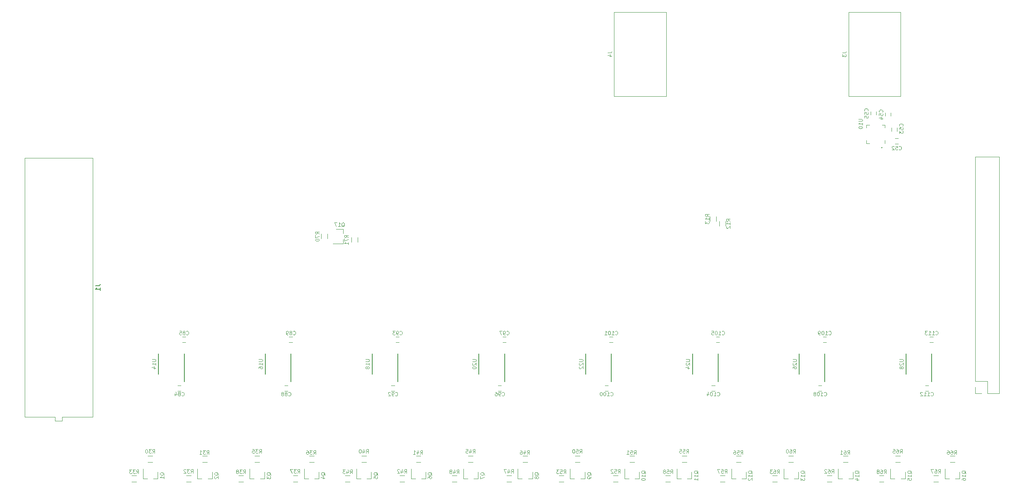
<source format=gbo>
G04 #@! TF.GenerationSoftware,KiCad,Pcbnew,(5.0.0-rc2-dev-86-gcd2224b94)*
G04 #@! TF.CreationDate,2018-04-27T13:43:40-06:00*
G04 #@! TF.ProjectId,audio_beamforming_daughter_board,617564696F5F6265616D666F726D696E,1*
G04 #@! TF.SameCoordinates,PX175d720PY88601c0*
G04 #@! TF.FileFunction,Legend,Bot*
G04 #@! TF.FilePolarity,Positive*
%FSLAX46Y46*%
G04 Gerber Fmt 4.6, Leading zero omitted, Abs format (unit mm)*
G04 Created by KiCad (PCBNEW (5.0.0-rc2-dev-86-gcd2224b94)) date Fri Apr 27 13:43:40 2018*
%MOMM*%
%LPD*%
G01*
G04 APERTURE LIST*
%ADD10C,0.120000*%
%ADD11C,0.150000*%
%ADD12C,0.080000*%
G04 APERTURE END LIST*
D10*
X186725000Y91150000D02*
X186725000Y90525000D01*
X186725000Y94475000D02*
X186725000Y93850000D01*
X186100000Y94475000D02*
X186725000Y94475000D01*
X182775000Y94475000D02*
X183400000Y94475000D01*
X182775000Y93850000D02*
X182775000Y94475000D01*
X182775000Y90525000D02*
X182775000Y91150000D01*
X183400000Y90525000D02*
X182775000Y90525000D01*
X186150000Y89600000D02*
G75*
G03X186150000Y89600000I-100000J0D01*
G01*
X206170000Y87590000D02*
X211370000Y87590000D01*
X206170000Y39270000D02*
X206170000Y87590000D01*
X211370000Y36670000D02*
X211370000Y87590000D01*
X206170000Y39270000D02*
X208770000Y39270000D01*
X208770000Y39270000D02*
X208770000Y36670000D01*
X208770000Y36670000D02*
X211370000Y36670000D01*
X206170000Y38000000D02*
X206170000Y36670000D01*
X206170000Y36670000D02*
X207500000Y36670000D01*
X178900000Y100700000D02*
X178900000Y118800000D01*
X190100000Y100700000D02*
X178900000Y100700000D01*
X190100000Y118800000D02*
X190100000Y100700000D01*
X178900000Y118800000D02*
X190100000Y118800000D01*
X128400000Y100700000D02*
X128400000Y118800000D01*
X139600000Y100700000D02*
X128400000Y100700000D01*
X139600000Y118800000D02*
X139600000Y100700000D01*
X128400000Y118800000D02*
X139600000Y118800000D01*
X16120000Y31610000D02*
X16120000Y87390000D01*
X9540000Y31610000D02*
X16120000Y31610000D01*
X9540000Y30720000D02*
X9540000Y31610000D01*
X8020000Y30720000D02*
X9540000Y30720000D01*
X8020000Y31610000D02*
X8020000Y30720000D01*
X1440000Y31610000D02*
X8020000Y31610000D01*
X1440000Y87390000D02*
X1440000Y31610000D01*
X16120000Y87390000D02*
X1440000Y87390000D01*
X188900000Y90400000D02*
X189600000Y90400000D01*
X189600000Y91600000D02*
X188900000Y91600000D01*
X188150000Y93850000D02*
X188150000Y93150000D01*
X189350000Y93150000D02*
X189350000Y93850000D01*
X186800000Y97100000D02*
X186800000Y96400000D01*
X188000000Y96400000D02*
X188000000Y97100000D01*
X184850000Y96650000D02*
X184850000Y97350000D01*
X183650000Y97350000D02*
X183650000Y96650000D01*
X35100000Y38350000D02*
X34400000Y38350000D01*
X34400000Y37150000D02*
X35100000Y37150000D01*
X35400000Y47650000D02*
X36100000Y47650000D01*
X36100000Y48850000D02*
X35400000Y48850000D01*
X58100000Y38350000D02*
X57400000Y38350000D01*
X57400000Y37150000D02*
X58100000Y37150000D01*
X58400000Y47650000D02*
X59100000Y47650000D01*
X59100000Y48850000D02*
X58400000Y48850000D01*
X80400000Y37150000D02*
X81100000Y37150000D01*
X81100000Y38350000D02*
X80400000Y38350000D01*
X82100000Y48850000D02*
X81400000Y48850000D01*
X81400000Y47650000D02*
X82100000Y47650000D01*
X104100000Y38350000D02*
X103400000Y38350000D01*
X103400000Y37150000D02*
X104100000Y37150000D01*
X104400000Y47650000D02*
X105100000Y47650000D01*
X105100000Y48850000D02*
X104400000Y48850000D01*
X126400000Y37150000D02*
X127100000Y37150000D01*
X127100000Y38350000D02*
X126400000Y38350000D01*
X128100000Y48850000D02*
X127400000Y48850000D01*
X127400000Y47650000D02*
X128100000Y47650000D01*
X150100000Y38350000D02*
X149400000Y38350000D01*
X149400000Y37150000D02*
X150100000Y37150000D01*
X150400000Y47650000D02*
X151100000Y47650000D01*
X151100000Y48850000D02*
X150400000Y48850000D01*
X173100000Y38350000D02*
X172400000Y38350000D01*
X172400000Y37150000D02*
X173100000Y37150000D01*
X173400000Y47650000D02*
X174100000Y47650000D01*
X174100000Y48850000D02*
X173400000Y48850000D01*
X195400000Y37150000D02*
X196100000Y37150000D01*
X196100000Y38350000D02*
X195400000Y38350000D01*
X197100000Y48850000D02*
X196400000Y48850000D01*
X196400000Y47650000D02*
X197100000Y47650000D01*
X30080000Y18240000D02*
X30080000Y19700000D01*
X26920000Y18240000D02*
X26920000Y20400000D01*
X26920000Y18240000D02*
X27850000Y18240000D01*
X30080000Y18240000D02*
X29150000Y18240000D01*
X41830000Y18240000D02*
X41830000Y19700000D01*
X38670000Y18240000D02*
X38670000Y20400000D01*
X38670000Y18240000D02*
X39600000Y18240000D01*
X41830000Y18240000D02*
X40900000Y18240000D01*
X53080000Y18240000D02*
X52150000Y18240000D01*
X49920000Y18240000D02*
X50850000Y18240000D01*
X49920000Y18240000D02*
X49920000Y20400000D01*
X53080000Y18240000D02*
X53080000Y19700000D01*
X64830000Y18240000D02*
X63900000Y18240000D01*
X61670000Y18240000D02*
X62600000Y18240000D01*
X61670000Y18240000D02*
X61670000Y20400000D01*
X64830000Y18240000D02*
X64830000Y19700000D01*
X76080000Y18240000D02*
X75150000Y18240000D01*
X72920000Y18240000D02*
X73850000Y18240000D01*
X72920000Y18240000D02*
X72920000Y20400000D01*
X76080000Y18240000D02*
X76080000Y19700000D01*
X87830000Y18240000D02*
X87830000Y19700000D01*
X84670000Y18240000D02*
X84670000Y20400000D01*
X84670000Y18240000D02*
X85600000Y18240000D01*
X87830000Y18240000D02*
X86900000Y18240000D01*
X99080000Y18240000D02*
X99080000Y19700000D01*
X95920000Y18240000D02*
X95920000Y20400000D01*
X95920000Y18240000D02*
X96850000Y18240000D01*
X99080000Y18240000D02*
X98150000Y18240000D01*
X110830000Y18240000D02*
X109900000Y18240000D01*
X107670000Y18240000D02*
X108600000Y18240000D01*
X107670000Y18240000D02*
X107670000Y20400000D01*
X110830000Y18240000D02*
X110830000Y19700000D01*
X122080000Y18240000D02*
X121150000Y18240000D01*
X118920000Y18240000D02*
X119850000Y18240000D01*
X118920000Y18240000D02*
X118920000Y20400000D01*
X122080000Y18240000D02*
X122080000Y19700000D01*
X133830000Y18240000D02*
X132900000Y18240000D01*
X130670000Y18240000D02*
X131600000Y18240000D01*
X130670000Y18240000D02*
X130670000Y20400000D01*
X133830000Y18240000D02*
X133830000Y19700000D01*
X145080000Y18240000D02*
X145080000Y19700000D01*
X141920000Y18240000D02*
X141920000Y20400000D01*
X141920000Y18240000D02*
X142850000Y18240000D01*
X145080000Y18240000D02*
X144150000Y18240000D01*
X156830000Y18240000D02*
X156830000Y19700000D01*
X153670000Y18240000D02*
X153670000Y20400000D01*
X153670000Y18240000D02*
X154600000Y18240000D01*
X156830000Y18240000D02*
X155900000Y18240000D01*
X168080000Y18240000D02*
X167150000Y18240000D01*
X164920000Y18240000D02*
X165850000Y18240000D01*
X164920000Y18240000D02*
X164920000Y20400000D01*
X168080000Y18240000D02*
X168080000Y19700000D01*
X179830000Y18240000D02*
X179830000Y19700000D01*
X176670000Y18240000D02*
X176670000Y20400000D01*
X176670000Y18240000D02*
X177600000Y18240000D01*
X179830000Y18240000D02*
X178900000Y18240000D01*
X191080000Y18240000D02*
X191080000Y19700000D01*
X187920000Y18240000D02*
X187920000Y20400000D01*
X187920000Y18240000D02*
X188850000Y18240000D01*
X191080000Y18240000D02*
X190150000Y18240000D01*
X202830000Y18240000D02*
X201900000Y18240000D01*
X199670000Y18240000D02*
X200600000Y18240000D01*
X199670000Y18240000D02*
X199670000Y20400000D01*
X202830000Y18240000D02*
X202830000Y19700000D01*
X151070000Y73750000D02*
X151070000Y72750000D01*
X152430000Y72750000D02*
X152430000Y73750000D01*
X150430000Y73750000D02*
X150430000Y74750000D01*
X149070000Y74750000D02*
X149070000Y73750000D01*
X28000000Y21820000D02*
X29000000Y21820000D01*
X29000000Y23180000D02*
X28000000Y23180000D01*
X40750000Y23180000D02*
X39750000Y23180000D01*
X39750000Y21820000D02*
X40750000Y21820000D01*
X37250000Y18930000D02*
X36250000Y18930000D01*
X36250000Y17570000D02*
X37250000Y17570000D01*
X24500000Y17570000D02*
X25500000Y17570000D01*
X25500000Y18930000D02*
X24500000Y18930000D01*
X52000000Y23180000D02*
X51000000Y23180000D01*
X51000000Y21820000D02*
X52000000Y21820000D01*
X62750000Y21820000D02*
X63750000Y21820000D01*
X63750000Y23180000D02*
X62750000Y23180000D01*
X60250000Y18930000D02*
X59250000Y18930000D01*
X59250000Y17570000D02*
X60250000Y17570000D01*
X47500000Y17570000D02*
X48500000Y17570000D01*
X48500000Y18930000D02*
X47500000Y18930000D01*
X75000000Y23180000D02*
X74000000Y23180000D01*
X74000000Y21820000D02*
X75000000Y21820000D01*
X85750000Y21820000D02*
X86750000Y21820000D01*
X86750000Y23180000D02*
X85750000Y23180000D01*
X83250000Y18930000D02*
X82250000Y18930000D01*
X82250000Y17570000D02*
X83250000Y17570000D01*
X71500000Y18930000D02*
X70500000Y18930000D01*
X70500000Y17570000D02*
X71500000Y17570000D01*
X98000000Y23180000D02*
X97000000Y23180000D01*
X97000000Y21820000D02*
X98000000Y21820000D01*
X109750000Y23180000D02*
X108750000Y23180000D01*
X108750000Y21820000D02*
X109750000Y21820000D01*
X105250000Y17570000D02*
X106250000Y17570000D01*
X106250000Y18930000D02*
X105250000Y18930000D01*
X94500000Y18930000D02*
X93500000Y18930000D01*
X93500000Y17570000D02*
X94500000Y17570000D01*
X121000000Y23180000D02*
X120000000Y23180000D01*
X120000000Y21820000D02*
X121000000Y21820000D01*
X131750000Y21820000D02*
X132750000Y21820000D01*
X132750000Y23180000D02*
X131750000Y23180000D01*
X128250000Y17570000D02*
X129250000Y17570000D01*
X129250000Y18930000D02*
X128250000Y18930000D01*
X116500000Y17570000D02*
X117500000Y17570000D01*
X117500000Y18930000D02*
X116500000Y18930000D01*
X143000000Y21820000D02*
X144000000Y21820000D01*
X144000000Y23180000D02*
X143000000Y23180000D01*
X154750000Y21820000D02*
X155750000Y21820000D01*
X155750000Y23180000D02*
X154750000Y23180000D01*
X152250000Y18930000D02*
X151250000Y18930000D01*
X151250000Y17570000D02*
X152250000Y17570000D01*
X139500000Y17570000D02*
X140500000Y17570000D01*
X140500000Y18930000D02*
X139500000Y18930000D01*
X166000000Y21820000D02*
X167000000Y21820000D01*
X167000000Y23180000D02*
X166000000Y23180000D01*
X177750000Y21820000D02*
X178750000Y21820000D01*
X178750000Y23180000D02*
X177750000Y23180000D01*
X174250000Y17570000D02*
X175250000Y17570000D01*
X175250000Y18930000D02*
X174250000Y18930000D01*
X163500000Y18930000D02*
X162500000Y18930000D01*
X162500000Y17570000D02*
X163500000Y17570000D01*
X189000000Y21820000D02*
X190000000Y21820000D01*
X190000000Y23180000D02*
X189000000Y23180000D01*
X201750000Y23180000D02*
X200750000Y23180000D01*
X200750000Y21820000D02*
X201750000Y21820000D01*
X198250000Y18930000D02*
X197250000Y18930000D01*
X197250000Y17570000D02*
X198250000Y17570000D01*
X185500000Y17570000D02*
X186500000Y17570000D01*
X186500000Y18930000D02*
X185500000Y18930000D01*
D11*
X35800000Y39225000D02*
X35800000Y45200000D01*
X30275000Y40800000D02*
X30275000Y45200000D01*
X53275000Y40800000D02*
X53275000Y45200000D01*
X58800000Y39225000D02*
X58800000Y45200000D01*
X76275000Y40800000D02*
X76275000Y45200000D01*
X81800000Y39225000D02*
X81800000Y45200000D01*
X99275000Y40800000D02*
X99275000Y45200000D01*
X104800000Y39225000D02*
X104800000Y45200000D01*
X127800000Y39225000D02*
X127800000Y45200000D01*
X122275000Y40800000D02*
X122275000Y45200000D01*
X145275000Y40800000D02*
X145275000Y45200000D01*
X150800000Y39225000D02*
X150800000Y45200000D01*
X168275000Y40800000D02*
X168275000Y45200000D01*
X173800000Y39225000D02*
X173800000Y45200000D01*
X196800000Y39225000D02*
X196800000Y45200000D01*
X191275000Y40800000D02*
X191275000Y45200000D01*
D10*
X70010000Y72080000D02*
X68550000Y72080000D01*
X70010000Y68920000D02*
X67850000Y68920000D01*
X70010000Y68920000D02*
X70010000Y69850000D01*
X70010000Y72080000D02*
X70010000Y71150000D01*
X65320000Y71000000D02*
X65320000Y70000000D01*
X66680000Y70000000D02*
X66680000Y71000000D01*
X73180000Y69250000D02*
X73180000Y70250000D01*
X71820000Y70250000D02*
X71820000Y69250000D01*
D12*
X181061904Y95740477D02*
X181709523Y95740477D01*
X181785714Y95702381D01*
X181823809Y95664286D01*
X181861904Y95588096D01*
X181861904Y95435715D01*
X181823809Y95359524D01*
X181785714Y95321429D01*
X181709523Y95283334D01*
X181061904Y95283334D01*
X181861904Y94483334D02*
X181861904Y94940477D01*
X181861904Y94711905D02*
X181061904Y94711905D01*
X181176190Y94788096D01*
X181252380Y94864286D01*
X181290476Y94940477D01*
X181061904Y93988096D02*
X181061904Y93911905D01*
X181100000Y93835715D01*
X181138095Y93797620D01*
X181214285Y93759524D01*
X181366666Y93721429D01*
X181557142Y93721429D01*
X181709523Y93759524D01*
X181785714Y93797620D01*
X181823809Y93835715D01*
X181861904Y93911905D01*
X181861904Y93988096D01*
X181823809Y94064286D01*
X181785714Y94102381D01*
X181709523Y94140477D01*
X181557142Y94178572D01*
X181366666Y94178572D01*
X181214285Y94140477D01*
X181138095Y94102381D01*
X181100000Y94064286D01*
X181061904Y93988096D01*
X177561904Y110016667D02*
X178133333Y110016667D01*
X178247619Y110054762D01*
X178323809Y110130953D01*
X178361904Y110245239D01*
X178361904Y110321429D01*
X177561904Y109711905D02*
X177561904Y109216667D01*
X177866666Y109483334D01*
X177866666Y109369048D01*
X177904761Y109292858D01*
X177942857Y109254762D01*
X178019047Y109216667D01*
X178209523Y109216667D01*
X178285714Y109254762D01*
X178323809Y109292858D01*
X178361904Y109369048D01*
X178361904Y109597620D01*
X178323809Y109673810D01*
X178285714Y109711905D01*
X127061904Y110016667D02*
X127633333Y110016667D01*
X127747619Y110054762D01*
X127823809Y110130953D01*
X127861904Y110245239D01*
X127861904Y110321429D01*
X127328571Y109292858D02*
X127861904Y109292858D01*
X127023809Y109483334D02*
X127595238Y109673810D01*
X127595238Y109178572D01*
D11*
X16702380Y59833334D02*
X17416666Y59833334D01*
X17559523Y59880953D01*
X17654761Y59976191D01*
X17702380Y60119048D01*
X17702380Y60214286D01*
X17702380Y58833334D02*
X17702380Y59404762D01*
X17702380Y59119048D02*
X16702380Y59119048D01*
X16845238Y59214286D01*
X16940476Y59309524D01*
X16988095Y59404762D01*
D12*
X189764285Y89214286D02*
X189802380Y89176191D01*
X189916666Y89138096D01*
X189992857Y89138096D01*
X190107142Y89176191D01*
X190183333Y89252381D01*
X190221428Y89328572D01*
X190259523Y89480953D01*
X190259523Y89595239D01*
X190221428Y89747620D01*
X190183333Y89823810D01*
X190107142Y89900000D01*
X189992857Y89938096D01*
X189916666Y89938096D01*
X189802380Y89900000D01*
X189764285Y89861905D01*
X189040476Y89938096D02*
X189421428Y89938096D01*
X189459523Y89557143D01*
X189421428Y89595239D01*
X189345238Y89633334D01*
X189154761Y89633334D01*
X189078571Y89595239D01*
X189040476Y89557143D01*
X189002380Y89480953D01*
X189002380Y89290477D01*
X189040476Y89214286D01*
X189078571Y89176191D01*
X189154761Y89138096D01*
X189345238Y89138096D01*
X189421428Y89176191D01*
X189459523Y89214286D01*
X188697619Y89861905D02*
X188659523Y89900000D01*
X188583333Y89938096D01*
X188392857Y89938096D01*
X188316666Y89900000D01*
X188278571Y89861905D01*
X188240476Y89785715D01*
X188240476Y89709524D01*
X188278571Y89595239D01*
X188735714Y89138096D01*
X188240476Y89138096D01*
X190535714Y94264286D02*
X190573809Y94302381D01*
X190611904Y94416667D01*
X190611904Y94492858D01*
X190573809Y94607143D01*
X190497619Y94683334D01*
X190421428Y94721429D01*
X190269047Y94759524D01*
X190154761Y94759524D01*
X190002380Y94721429D01*
X189926190Y94683334D01*
X189850000Y94607143D01*
X189811904Y94492858D01*
X189811904Y94416667D01*
X189850000Y94302381D01*
X189888095Y94264286D01*
X189811904Y93540477D02*
X189811904Y93921429D01*
X190192857Y93959524D01*
X190154761Y93921429D01*
X190116666Y93845239D01*
X190116666Y93654762D01*
X190154761Y93578572D01*
X190192857Y93540477D01*
X190269047Y93502381D01*
X190459523Y93502381D01*
X190535714Y93540477D01*
X190573809Y93578572D01*
X190611904Y93654762D01*
X190611904Y93845239D01*
X190573809Y93921429D01*
X190535714Y93959524D01*
X189811904Y93235715D02*
X189811904Y92740477D01*
X190116666Y93007143D01*
X190116666Y92892858D01*
X190154761Y92816667D01*
X190192857Y92778572D01*
X190269047Y92740477D01*
X190459523Y92740477D01*
X190535714Y92778572D01*
X190573809Y92816667D01*
X190611904Y92892858D01*
X190611904Y93121429D01*
X190573809Y93197620D01*
X190535714Y93235715D01*
X186185714Y97264286D02*
X186223809Y97302381D01*
X186261904Y97416667D01*
X186261904Y97492858D01*
X186223809Y97607143D01*
X186147619Y97683334D01*
X186071428Y97721429D01*
X185919047Y97759524D01*
X185804761Y97759524D01*
X185652380Y97721429D01*
X185576190Y97683334D01*
X185500000Y97607143D01*
X185461904Y97492858D01*
X185461904Y97416667D01*
X185500000Y97302381D01*
X185538095Y97264286D01*
X185461904Y96540477D02*
X185461904Y96921429D01*
X185842857Y96959524D01*
X185804761Y96921429D01*
X185766666Y96845239D01*
X185766666Y96654762D01*
X185804761Y96578572D01*
X185842857Y96540477D01*
X185919047Y96502381D01*
X186109523Y96502381D01*
X186185714Y96540477D01*
X186223809Y96578572D01*
X186261904Y96654762D01*
X186261904Y96845239D01*
X186223809Y96921429D01*
X186185714Y96959524D01*
X185728571Y95816667D02*
X186261904Y95816667D01*
X185423809Y96007143D02*
X185995238Y96197620D01*
X185995238Y95702381D01*
X183035714Y97514286D02*
X183073809Y97552381D01*
X183111904Y97666667D01*
X183111904Y97742858D01*
X183073809Y97857143D01*
X182997619Y97933334D01*
X182921428Y97971429D01*
X182769047Y98009524D01*
X182654761Y98009524D01*
X182502380Y97971429D01*
X182426190Y97933334D01*
X182350000Y97857143D01*
X182311904Y97742858D01*
X182311904Y97666667D01*
X182350000Y97552381D01*
X182388095Y97514286D01*
X182311904Y96790477D02*
X182311904Y97171429D01*
X182692857Y97209524D01*
X182654761Y97171429D01*
X182616666Y97095239D01*
X182616666Y96904762D01*
X182654761Y96828572D01*
X182692857Y96790477D01*
X182769047Y96752381D01*
X182959523Y96752381D01*
X183035714Y96790477D01*
X183073809Y96828572D01*
X183111904Y96904762D01*
X183111904Y97095239D01*
X183073809Y97171429D01*
X183035714Y97209524D01*
X182311904Y96028572D02*
X182311904Y96409524D01*
X182692857Y96447620D01*
X182654761Y96409524D01*
X182616666Y96333334D01*
X182616666Y96142858D01*
X182654761Y96066667D01*
X182692857Y96028572D01*
X182769047Y95990477D01*
X182959523Y95990477D01*
X183035714Y96028572D01*
X183073809Y96066667D01*
X183111904Y96142858D01*
X183111904Y96333334D01*
X183073809Y96409524D01*
X183035714Y96447620D01*
X35264285Y36214286D02*
X35302380Y36176191D01*
X35416666Y36138096D01*
X35492857Y36138096D01*
X35607142Y36176191D01*
X35683333Y36252381D01*
X35721428Y36328572D01*
X35759523Y36480953D01*
X35759523Y36595239D01*
X35721428Y36747620D01*
X35683333Y36823810D01*
X35607142Y36900000D01*
X35492857Y36938096D01*
X35416666Y36938096D01*
X35302380Y36900000D01*
X35264285Y36861905D01*
X34807142Y36595239D02*
X34883333Y36633334D01*
X34921428Y36671429D01*
X34959523Y36747620D01*
X34959523Y36785715D01*
X34921428Y36861905D01*
X34883333Y36900000D01*
X34807142Y36938096D01*
X34654761Y36938096D01*
X34578571Y36900000D01*
X34540476Y36861905D01*
X34502380Y36785715D01*
X34502380Y36747620D01*
X34540476Y36671429D01*
X34578571Y36633334D01*
X34654761Y36595239D01*
X34807142Y36595239D01*
X34883333Y36557143D01*
X34921428Y36519048D01*
X34959523Y36442858D01*
X34959523Y36290477D01*
X34921428Y36214286D01*
X34883333Y36176191D01*
X34807142Y36138096D01*
X34654761Y36138096D01*
X34578571Y36176191D01*
X34540476Y36214286D01*
X34502380Y36290477D01*
X34502380Y36442858D01*
X34540476Y36519048D01*
X34578571Y36557143D01*
X34654761Y36595239D01*
X33816666Y36671429D02*
X33816666Y36138096D01*
X34007142Y36976191D02*
X34197619Y36404762D01*
X33702380Y36404762D01*
X36264285Y49364286D02*
X36302380Y49326191D01*
X36416666Y49288096D01*
X36492857Y49288096D01*
X36607142Y49326191D01*
X36683333Y49402381D01*
X36721428Y49478572D01*
X36759523Y49630953D01*
X36759523Y49745239D01*
X36721428Y49897620D01*
X36683333Y49973810D01*
X36607142Y50050000D01*
X36492857Y50088096D01*
X36416666Y50088096D01*
X36302380Y50050000D01*
X36264285Y50011905D01*
X35807142Y49745239D02*
X35883333Y49783334D01*
X35921428Y49821429D01*
X35959523Y49897620D01*
X35959523Y49935715D01*
X35921428Y50011905D01*
X35883333Y50050000D01*
X35807142Y50088096D01*
X35654761Y50088096D01*
X35578571Y50050000D01*
X35540476Y50011905D01*
X35502380Y49935715D01*
X35502380Y49897620D01*
X35540476Y49821429D01*
X35578571Y49783334D01*
X35654761Y49745239D01*
X35807142Y49745239D01*
X35883333Y49707143D01*
X35921428Y49669048D01*
X35959523Y49592858D01*
X35959523Y49440477D01*
X35921428Y49364286D01*
X35883333Y49326191D01*
X35807142Y49288096D01*
X35654761Y49288096D01*
X35578571Y49326191D01*
X35540476Y49364286D01*
X35502380Y49440477D01*
X35502380Y49592858D01*
X35540476Y49669048D01*
X35578571Y49707143D01*
X35654761Y49745239D01*
X34778571Y50088096D02*
X35159523Y50088096D01*
X35197619Y49707143D01*
X35159523Y49745239D01*
X35083333Y49783334D01*
X34892857Y49783334D01*
X34816666Y49745239D01*
X34778571Y49707143D01*
X34740476Y49630953D01*
X34740476Y49440477D01*
X34778571Y49364286D01*
X34816666Y49326191D01*
X34892857Y49288096D01*
X35083333Y49288096D01*
X35159523Y49326191D01*
X35197619Y49364286D01*
X58264285Y36214286D02*
X58302380Y36176191D01*
X58416666Y36138096D01*
X58492857Y36138096D01*
X58607142Y36176191D01*
X58683333Y36252381D01*
X58721428Y36328572D01*
X58759523Y36480953D01*
X58759523Y36595239D01*
X58721428Y36747620D01*
X58683333Y36823810D01*
X58607142Y36900000D01*
X58492857Y36938096D01*
X58416666Y36938096D01*
X58302380Y36900000D01*
X58264285Y36861905D01*
X57807142Y36595239D02*
X57883333Y36633334D01*
X57921428Y36671429D01*
X57959523Y36747620D01*
X57959523Y36785715D01*
X57921428Y36861905D01*
X57883333Y36900000D01*
X57807142Y36938096D01*
X57654761Y36938096D01*
X57578571Y36900000D01*
X57540476Y36861905D01*
X57502380Y36785715D01*
X57502380Y36747620D01*
X57540476Y36671429D01*
X57578571Y36633334D01*
X57654761Y36595239D01*
X57807142Y36595239D01*
X57883333Y36557143D01*
X57921428Y36519048D01*
X57959523Y36442858D01*
X57959523Y36290477D01*
X57921428Y36214286D01*
X57883333Y36176191D01*
X57807142Y36138096D01*
X57654761Y36138096D01*
X57578571Y36176191D01*
X57540476Y36214286D01*
X57502380Y36290477D01*
X57502380Y36442858D01*
X57540476Y36519048D01*
X57578571Y36557143D01*
X57654761Y36595239D01*
X57045238Y36595239D02*
X57121428Y36633334D01*
X57159523Y36671429D01*
X57197619Y36747620D01*
X57197619Y36785715D01*
X57159523Y36861905D01*
X57121428Y36900000D01*
X57045238Y36938096D01*
X56892857Y36938096D01*
X56816666Y36900000D01*
X56778571Y36861905D01*
X56740476Y36785715D01*
X56740476Y36747620D01*
X56778571Y36671429D01*
X56816666Y36633334D01*
X56892857Y36595239D01*
X57045238Y36595239D01*
X57121428Y36557143D01*
X57159523Y36519048D01*
X57197619Y36442858D01*
X57197619Y36290477D01*
X57159523Y36214286D01*
X57121428Y36176191D01*
X57045238Y36138096D01*
X56892857Y36138096D01*
X56816666Y36176191D01*
X56778571Y36214286D01*
X56740476Y36290477D01*
X56740476Y36442858D01*
X56778571Y36519048D01*
X56816666Y36557143D01*
X56892857Y36595239D01*
X59264285Y49364286D02*
X59302380Y49326191D01*
X59416666Y49288096D01*
X59492857Y49288096D01*
X59607142Y49326191D01*
X59683333Y49402381D01*
X59721428Y49478572D01*
X59759523Y49630953D01*
X59759523Y49745239D01*
X59721428Y49897620D01*
X59683333Y49973810D01*
X59607142Y50050000D01*
X59492857Y50088096D01*
X59416666Y50088096D01*
X59302380Y50050000D01*
X59264285Y50011905D01*
X58807142Y49745239D02*
X58883333Y49783334D01*
X58921428Y49821429D01*
X58959523Y49897620D01*
X58959523Y49935715D01*
X58921428Y50011905D01*
X58883333Y50050000D01*
X58807142Y50088096D01*
X58654761Y50088096D01*
X58578571Y50050000D01*
X58540476Y50011905D01*
X58502380Y49935715D01*
X58502380Y49897620D01*
X58540476Y49821429D01*
X58578571Y49783334D01*
X58654761Y49745239D01*
X58807142Y49745239D01*
X58883333Y49707143D01*
X58921428Y49669048D01*
X58959523Y49592858D01*
X58959523Y49440477D01*
X58921428Y49364286D01*
X58883333Y49326191D01*
X58807142Y49288096D01*
X58654761Y49288096D01*
X58578571Y49326191D01*
X58540476Y49364286D01*
X58502380Y49440477D01*
X58502380Y49592858D01*
X58540476Y49669048D01*
X58578571Y49707143D01*
X58654761Y49745239D01*
X58121428Y49288096D02*
X57969047Y49288096D01*
X57892857Y49326191D01*
X57854761Y49364286D01*
X57778571Y49478572D01*
X57740476Y49630953D01*
X57740476Y49935715D01*
X57778571Y50011905D01*
X57816666Y50050000D01*
X57892857Y50088096D01*
X58045238Y50088096D01*
X58121428Y50050000D01*
X58159523Y50011905D01*
X58197619Y49935715D01*
X58197619Y49745239D01*
X58159523Y49669048D01*
X58121428Y49630953D01*
X58045238Y49592858D01*
X57892857Y49592858D01*
X57816666Y49630953D01*
X57778571Y49669048D01*
X57740476Y49745239D01*
X81264285Y36214286D02*
X81302380Y36176191D01*
X81416666Y36138096D01*
X81492857Y36138096D01*
X81607142Y36176191D01*
X81683333Y36252381D01*
X81721428Y36328572D01*
X81759523Y36480953D01*
X81759523Y36595239D01*
X81721428Y36747620D01*
X81683333Y36823810D01*
X81607142Y36900000D01*
X81492857Y36938096D01*
X81416666Y36938096D01*
X81302380Y36900000D01*
X81264285Y36861905D01*
X80883333Y36138096D02*
X80730952Y36138096D01*
X80654761Y36176191D01*
X80616666Y36214286D01*
X80540476Y36328572D01*
X80502380Y36480953D01*
X80502380Y36785715D01*
X80540476Y36861905D01*
X80578571Y36900000D01*
X80654761Y36938096D01*
X80807142Y36938096D01*
X80883333Y36900000D01*
X80921428Y36861905D01*
X80959523Y36785715D01*
X80959523Y36595239D01*
X80921428Y36519048D01*
X80883333Y36480953D01*
X80807142Y36442858D01*
X80654761Y36442858D01*
X80578571Y36480953D01*
X80540476Y36519048D01*
X80502380Y36595239D01*
X80197619Y36861905D02*
X80159523Y36900000D01*
X80083333Y36938096D01*
X79892857Y36938096D01*
X79816666Y36900000D01*
X79778571Y36861905D01*
X79740476Y36785715D01*
X79740476Y36709524D01*
X79778571Y36595239D01*
X80235714Y36138096D01*
X79740476Y36138096D01*
X82264285Y49364286D02*
X82302380Y49326191D01*
X82416666Y49288096D01*
X82492857Y49288096D01*
X82607142Y49326191D01*
X82683333Y49402381D01*
X82721428Y49478572D01*
X82759523Y49630953D01*
X82759523Y49745239D01*
X82721428Y49897620D01*
X82683333Y49973810D01*
X82607142Y50050000D01*
X82492857Y50088096D01*
X82416666Y50088096D01*
X82302380Y50050000D01*
X82264285Y50011905D01*
X81883333Y49288096D02*
X81730952Y49288096D01*
X81654761Y49326191D01*
X81616666Y49364286D01*
X81540476Y49478572D01*
X81502380Y49630953D01*
X81502380Y49935715D01*
X81540476Y50011905D01*
X81578571Y50050000D01*
X81654761Y50088096D01*
X81807142Y50088096D01*
X81883333Y50050000D01*
X81921428Y50011905D01*
X81959523Y49935715D01*
X81959523Y49745239D01*
X81921428Y49669048D01*
X81883333Y49630953D01*
X81807142Y49592858D01*
X81654761Y49592858D01*
X81578571Y49630953D01*
X81540476Y49669048D01*
X81502380Y49745239D01*
X81235714Y50088096D02*
X80740476Y50088096D01*
X81007142Y49783334D01*
X80892857Y49783334D01*
X80816666Y49745239D01*
X80778571Y49707143D01*
X80740476Y49630953D01*
X80740476Y49440477D01*
X80778571Y49364286D01*
X80816666Y49326191D01*
X80892857Y49288096D01*
X81121428Y49288096D01*
X81197619Y49326191D01*
X81235714Y49364286D01*
X104264285Y36214286D02*
X104302380Y36176191D01*
X104416666Y36138096D01*
X104492857Y36138096D01*
X104607142Y36176191D01*
X104683333Y36252381D01*
X104721428Y36328572D01*
X104759523Y36480953D01*
X104759523Y36595239D01*
X104721428Y36747620D01*
X104683333Y36823810D01*
X104607142Y36900000D01*
X104492857Y36938096D01*
X104416666Y36938096D01*
X104302380Y36900000D01*
X104264285Y36861905D01*
X103883333Y36138096D02*
X103730952Y36138096D01*
X103654761Y36176191D01*
X103616666Y36214286D01*
X103540476Y36328572D01*
X103502380Y36480953D01*
X103502380Y36785715D01*
X103540476Y36861905D01*
X103578571Y36900000D01*
X103654761Y36938096D01*
X103807142Y36938096D01*
X103883333Y36900000D01*
X103921428Y36861905D01*
X103959523Y36785715D01*
X103959523Y36595239D01*
X103921428Y36519048D01*
X103883333Y36480953D01*
X103807142Y36442858D01*
X103654761Y36442858D01*
X103578571Y36480953D01*
X103540476Y36519048D01*
X103502380Y36595239D01*
X102816666Y36938096D02*
X102969047Y36938096D01*
X103045238Y36900000D01*
X103083333Y36861905D01*
X103159523Y36747620D01*
X103197619Y36595239D01*
X103197619Y36290477D01*
X103159523Y36214286D01*
X103121428Y36176191D01*
X103045238Y36138096D01*
X102892857Y36138096D01*
X102816666Y36176191D01*
X102778571Y36214286D01*
X102740476Y36290477D01*
X102740476Y36480953D01*
X102778571Y36557143D01*
X102816666Y36595239D01*
X102892857Y36633334D01*
X103045238Y36633334D01*
X103121428Y36595239D01*
X103159523Y36557143D01*
X103197619Y36480953D01*
X105264285Y49364286D02*
X105302380Y49326191D01*
X105416666Y49288096D01*
X105492857Y49288096D01*
X105607142Y49326191D01*
X105683333Y49402381D01*
X105721428Y49478572D01*
X105759523Y49630953D01*
X105759523Y49745239D01*
X105721428Y49897620D01*
X105683333Y49973810D01*
X105607142Y50050000D01*
X105492857Y50088096D01*
X105416666Y50088096D01*
X105302380Y50050000D01*
X105264285Y50011905D01*
X104883333Y49288096D02*
X104730952Y49288096D01*
X104654761Y49326191D01*
X104616666Y49364286D01*
X104540476Y49478572D01*
X104502380Y49630953D01*
X104502380Y49935715D01*
X104540476Y50011905D01*
X104578571Y50050000D01*
X104654761Y50088096D01*
X104807142Y50088096D01*
X104883333Y50050000D01*
X104921428Y50011905D01*
X104959523Y49935715D01*
X104959523Y49745239D01*
X104921428Y49669048D01*
X104883333Y49630953D01*
X104807142Y49592858D01*
X104654761Y49592858D01*
X104578571Y49630953D01*
X104540476Y49669048D01*
X104502380Y49745239D01*
X104235714Y50088096D02*
X103702380Y50088096D01*
X104045238Y49288096D01*
X127645238Y36214286D02*
X127683333Y36176191D01*
X127797619Y36138096D01*
X127873809Y36138096D01*
X127988095Y36176191D01*
X128064285Y36252381D01*
X128102380Y36328572D01*
X128140476Y36480953D01*
X128140476Y36595239D01*
X128102380Y36747620D01*
X128064285Y36823810D01*
X127988095Y36900000D01*
X127873809Y36938096D01*
X127797619Y36938096D01*
X127683333Y36900000D01*
X127645238Y36861905D01*
X126883333Y36138096D02*
X127340476Y36138096D01*
X127111904Y36138096D02*
X127111904Y36938096D01*
X127188095Y36823810D01*
X127264285Y36747620D01*
X127340476Y36709524D01*
X126388095Y36938096D02*
X126311904Y36938096D01*
X126235714Y36900000D01*
X126197619Y36861905D01*
X126159523Y36785715D01*
X126121428Y36633334D01*
X126121428Y36442858D01*
X126159523Y36290477D01*
X126197619Y36214286D01*
X126235714Y36176191D01*
X126311904Y36138096D01*
X126388095Y36138096D01*
X126464285Y36176191D01*
X126502380Y36214286D01*
X126540476Y36290477D01*
X126578571Y36442858D01*
X126578571Y36633334D01*
X126540476Y36785715D01*
X126502380Y36861905D01*
X126464285Y36900000D01*
X126388095Y36938096D01*
X125626190Y36938096D02*
X125550000Y36938096D01*
X125473809Y36900000D01*
X125435714Y36861905D01*
X125397619Y36785715D01*
X125359523Y36633334D01*
X125359523Y36442858D01*
X125397619Y36290477D01*
X125435714Y36214286D01*
X125473809Y36176191D01*
X125550000Y36138096D01*
X125626190Y36138096D01*
X125702380Y36176191D01*
X125740476Y36214286D01*
X125778571Y36290477D01*
X125816666Y36442858D01*
X125816666Y36633334D01*
X125778571Y36785715D01*
X125740476Y36861905D01*
X125702380Y36900000D01*
X125626190Y36938096D01*
X128645238Y49364286D02*
X128683333Y49326191D01*
X128797619Y49288096D01*
X128873809Y49288096D01*
X128988095Y49326191D01*
X129064285Y49402381D01*
X129102380Y49478572D01*
X129140476Y49630953D01*
X129140476Y49745239D01*
X129102380Y49897620D01*
X129064285Y49973810D01*
X128988095Y50050000D01*
X128873809Y50088096D01*
X128797619Y50088096D01*
X128683333Y50050000D01*
X128645238Y50011905D01*
X127883333Y49288096D02*
X128340476Y49288096D01*
X128111904Y49288096D02*
X128111904Y50088096D01*
X128188095Y49973810D01*
X128264285Y49897620D01*
X128340476Y49859524D01*
X127388095Y50088096D02*
X127311904Y50088096D01*
X127235714Y50050000D01*
X127197619Y50011905D01*
X127159523Y49935715D01*
X127121428Y49783334D01*
X127121428Y49592858D01*
X127159523Y49440477D01*
X127197619Y49364286D01*
X127235714Y49326191D01*
X127311904Y49288096D01*
X127388095Y49288096D01*
X127464285Y49326191D01*
X127502380Y49364286D01*
X127540476Y49440477D01*
X127578571Y49592858D01*
X127578571Y49783334D01*
X127540476Y49935715D01*
X127502380Y50011905D01*
X127464285Y50050000D01*
X127388095Y50088096D01*
X126359523Y49288096D02*
X126816666Y49288096D01*
X126588095Y49288096D02*
X126588095Y50088096D01*
X126664285Y49973810D01*
X126740476Y49897620D01*
X126816666Y49859524D01*
X150645238Y36214286D02*
X150683333Y36176191D01*
X150797619Y36138096D01*
X150873809Y36138096D01*
X150988095Y36176191D01*
X151064285Y36252381D01*
X151102380Y36328572D01*
X151140476Y36480953D01*
X151140476Y36595239D01*
X151102380Y36747620D01*
X151064285Y36823810D01*
X150988095Y36900000D01*
X150873809Y36938096D01*
X150797619Y36938096D01*
X150683333Y36900000D01*
X150645238Y36861905D01*
X149883333Y36138096D02*
X150340476Y36138096D01*
X150111904Y36138096D02*
X150111904Y36938096D01*
X150188095Y36823810D01*
X150264285Y36747620D01*
X150340476Y36709524D01*
X149388095Y36938096D02*
X149311904Y36938096D01*
X149235714Y36900000D01*
X149197619Y36861905D01*
X149159523Y36785715D01*
X149121428Y36633334D01*
X149121428Y36442858D01*
X149159523Y36290477D01*
X149197619Y36214286D01*
X149235714Y36176191D01*
X149311904Y36138096D01*
X149388095Y36138096D01*
X149464285Y36176191D01*
X149502380Y36214286D01*
X149540476Y36290477D01*
X149578571Y36442858D01*
X149578571Y36633334D01*
X149540476Y36785715D01*
X149502380Y36861905D01*
X149464285Y36900000D01*
X149388095Y36938096D01*
X148435714Y36671429D02*
X148435714Y36138096D01*
X148626190Y36976191D02*
X148816666Y36404762D01*
X148321428Y36404762D01*
X151645238Y49364286D02*
X151683333Y49326191D01*
X151797619Y49288096D01*
X151873809Y49288096D01*
X151988095Y49326191D01*
X152064285Y49402381D01*
X152102380Y49478572D01*
X152140476Y49630953D01*
X152140476Y49745239D01*
X152102380Y49897620D01*
X152064285Y49973810D01*
X151988095Y50050000D01*
X151873809Y50088096D01*
X151797619Y50088096D01*
X151683333Y50050000D01*
X151645238Y50011905D01*
X150883333Y49288096D02*
X151340476Y49288096D01*
X151111904Y49288096D02*
X151111904Y50088096D01*
X151188095Y49973810D01*
X151264285Y49897620D01*
X151340476Y49859524D01*
X150388095Y50088096D02*
X150311904Y50088096D01*
X150235714Y50050000D01*
X150197619Y50011905D01*
X150159523Y49935715D01*
X150121428Y49783334D01*
X150121428Y49592858D01*
X150159523Y49440477D01*
X150197619Y49364286D01*
X150235714Y49326191D01*
X150311904Y49288096D01*
X150388095Y49288096D01*
X150464285Y49326191D01*
X150502380Y49364286D01*
X150540476Y49440477D01*
X150578571Y49592858D01*
X150578571Y49783334D01*
X150540476Y49935715D01*
X150502380Y50011905D01*
X150464285Y50050000D01*
X150388095Y50088096D01*
X149397619Y50088096D02*
X149778571Y50088096D01*
X149816666Y49707143D01*
X149778571Y49745239D01*
X149702380Y49783334D01*
X149511904Y49783334D01*
X149435714Y49745239D01*
X149397619Y49707143D01*
X149359523Y49630953D01*
X149359523Y49440477D01*
X149397619Y49364286D01*
X149435714Y49326191D01*
X149511904Y49288096D01*
X149702380Y49288096D01*
X149778571Y49326191D01*
X149816666Y49364286D01*
X173645238Y36214286D02*
X173683333Y36176191D01*
X173797619Y36138096D01*
X173873809Y36138096D01*
X173988095Y36176191D01*
X174064285Y36252381D01*
X174102380Y36328572D01*
X174140476Y36480953D01*
X174140476Y36595239D01*
X174102380Y36747620D01*
X174064285Y36823810D01*
X173988095Y36900000D01*
X173873809Y36938096D01*
X173797619Y36938096D01*
X173683333Y36900000D01*
X173645238Y36861905D01*
X172883333Y36138096D02*
X173340476Y36138096D01*
X173111904Y36138096D02*
X173111904Y36938096D01*
X173188095Y36823810D01*
X173264285Y36747620D01*
X173340476Y36709524D01*
X172388095Y36938096D02*
X172311904Y36938096D01*
X172235714Y36900000D01*
X172197619Y36861905D01*
X172159523Y36785715D01*
X172121428Y36633334D01*
X172121428Y36442858D01*
X172159523Y36290477D01*
X172197619Y36214286D01*
X172235714Y36176191D01*
X172311904Y36138096D01*
X172388095Y36138096D01*
X172464285Y36176191D01*
X172502380Y36214286D01*
X172540476Y36290477D01*
X172578571Y36442858D01*
X172578571Y36633334D01*
X172540476Y36785715D01*
X172502380Y36861905D01*
X172464285Y36900000D01*
X172388095Y36938096D01*
X171664285Y36595239D02*
X171740476Y36633334D01*
X171778571Y36671429D01*
X171816666Y36747620D01*
X171816666Y36785715D01*
X171778571Y36861905D01*
X171740476Y36900000D01*
X171664285Y36938096D01*
X171511904Y36938096D01*
X171435714Y36900000D01*
X171397619Y36861905D01*
X171359523Y36785715D01*
X171359523Y36747620D01*
X171397619Y36671429D01*
X171435714Y36633334D01*
X171511904Y36595239D01*
X171664285Y36595239D01*
X171740476Y36557143D01*
X171778571Y36519048D01*
X171816666Y36442858D01*
X171816666Y36290477D01*
X171778571Y36214286D01*
X171740476Y36176191D01*
X171664285Y36138096D01*
X171511904Y36138096D01*
X171435714Y36176191D01*
X171397619Y36214286D01*
X171359523Y36290477D01*
X171359523Y36442858D01*
X171397619Y36519048D01*
X171435714Y36557143D01*
X171511904Y36595239D01*
X174645238Y49364286D02*
X174683333Y49326191D01*
X174797619Y49288096D01*
X174873809Y49288096D01*
X174988095Y49326191D01*
X175064285Y49402381D01*
X175102380Y49478572D01*
X175140476Y49630953D01*
X175140476Y49745239D01*
X175102380Y49897620D01*
X175064285Y49973810D01*
X174988095Y50050000D01*
X174873809Y50088096D01*
X174797619Y50088096D01*
X174683333Y50050000D01*
X174645238Y50011905D01*
X173883333Y49288096D02*
X174340476Y49288096D01*
X174111904Y49288096D02*
X174111904Y50088096D01*
X174188095Y49973810D01*
X174264285Y49897620D01*
X174340476Y49859524D01*
X173388095Y50088096D02*
X173311904Y50088096D01*
X173235714Y50050000D01*
X173197619Y50011905D01*
X173159523Y49935715D01*
X173121428Y49783334D01*
X173121428Y49592858D01*
X173159523Y49440477D01*
X173197619Y49364286D01*
X173235714Y49326191D01*
X173311904Y49288096D01*
X173388095Y49288096D01*
X173464285Y49326191D01*
X173502380Y49364286D01*
X173540476Y49440477D01*
X173578571Y49592858D01*
X173578571Y49783334D01*
X173540476Y49935715D01*
X173502380Y50011905D01*
X173464285Y50050000D01*
X173388095Y50088096D01*
X172740476Y49288096D02*
X172588095Y49288096D01*
X172511904Y49326191D01*
X172473809Y49364286D01*
X172397619Y49478572D01*
X172359523Y49630953D01*
X172359523Y49935715D01*
X172397619Y50011905D01*
X172435714Y50050000D01*
X172511904Y50088096D01*
X172664285Y50088096D01*
X172740476Y50050000D01*
X172778571Y50011905D01*
X172816666Y49935715D01*
X172816666Y49745239D01*
X172778571Y49669048D01*
X172740476Y49630953D01*
X172664285Y49592858D01*
X172511904Y49592858D01*
X172435714Y49630953D01*
X172397619Y49669048D01*
X172359523Y49745239D01*
X196645238Y36214286D02*
X196683333Y36176191D01*
X196797619Y36138096D01*
X196873809Y36138096D01*
X196988095Y36176191D01*
X197064285Y36252381D01*
X197102380Y36328572D01*
X197140476Y36480953D01*
X197140476Y36595239D01*
X197102380Y36747620D01*
X197064285Y36823810D01*
X196988095Y36900000D01*
X196873809Y36938096D01*
X196797619Y36938096D01*
X196683333Y36900000D01*
X196645238Y36861905D01*
X195883333Y36138096D02*
X196340476Y36138096D01*
X196111904Y36138096D02*
X196111904Y36938096D01*
X196188095Y36823810D01*
X196264285Y36747620D01*
X196340476Y36709524D01*
X195121428Y36138096D02*
X195578571Y36138096D01*
X195350000Y36138096D02*
X195350000Y36938096D01*
X195426190Y36823810D01*
X195502380Y36747620D01*
X195578571Y36709524D01*
X194816666Y36861905D02*
X194778571Y36900000D01*
X194702380Y36938096D01*
X194511904Y36938096D01*
X194435714Y36900000D01*
X194397619Y36861905D01*
X194359523Y36785715D01*
X194359523Y36709524D01*
X194397619Y36595239D01*
X194854761Y36138096D01*
X194359523Y36138096D01*
X197645238Y49364286D02*
X197683333Y49326191D01*
X197797619Y49288096D01*
X197873809Y49288096D01*
X197988095Y49326191D01*
X198064285Y49402381D01*
X198102380Y49478572D01*
X198140476Y49630953D01*
X198140476Y49745239D01*
X198102380Y49897620D01*
X198064285Y49973810D01*
X197988095Y50050000D01*
X197873809Y50088096D01*
X197797619Y50088096D01*
X197683333Y50050000D01*
X197645238Y50011905D01*
X196883333Y49288096D02*
X197340476Y49288096D01*
X197111904Y49288096D02*
X197111904Y50088096D01*
X197188095Y49973810D01*
X197264285Y49897620D01*
X197340476Y49859524D01*
X196121428Y49288096D02*
X196578571Y49288096D01*
X196350000Y49288096D02*
X196350000Y50088096D01*
X196426190Y49973810D01*
X196502380Y49897620D01*
X196578571Y49859524D01*
X195854761Y50088096D02*
X195359523Y50088096D01*
X195626190Y49783334D01*
X195511904Y49783334D01*
X195435714Y49745239D01*
X195397619Y49707143D01*
X195359523Y49630953D01*
X195359523Y49440477D01*
X195397619Y49364286D01*
X195435714Y49326191D01*
X195511904Y49288096D01*
X195740476Y49288096D01*
X195816666Y49326191D01*
X195854761Y49364286D01*
X31488095Y19026191D02*
X31450000Y19102381D01*
X31373809Y19178572D01*
X31259523Y19292858D01*
X31221428Y19369048D01*
X31221428Y19445239D01*
X31411904Y19407143D02*
X31373809Y19483334D01*
X31297619Y19559524D01*
X31145238Y19597620D01*
X30878571Y19597620D01*
X30726190Y19559524D01*
X30650000Y19483334D01*
X30611904Y19407143D01*
X30611904Y19254762D01*
X30650000Y19178572D01*
X30726190Y19102381D01*
X30878571Y19064286D01*
X31145238Y19064286D01*
X31297619Y19102381D01*
X31373809Y19178572D01*
X31411904Y19254762D01*
X31411904Y19407143D01*
X31411904Y18302381D02*
X31411904Y18759524D01*
X31411904Y18530953D02*
X30611904Y18530953D01*
X30726190Y18607143D01*
X30802380Y18683334D01*
X30840476Y18759524D01*
X43163095Y19026191D02*
X43125000Y19102381D01*
X43048809Y19178572D01*
X42934523Y19292858D01*
X42896428Y19369048D01*
X42896428Y19445239D01*
X43086904Y19407143D02*
X43048809Y19483334D01*
X42972619Y19559524D01*
X42820238Y19597620D01*
X42553571Y19597620D01*
X42401190Y19559524D01*
X42325000Y19483334D01*
X42286904Y19407143D01*
X42286904Y19254762D01*
X42325000Y19178572D01*
X42401190Y19102381D01*
X42553571Y19064286D01*
X42820238Y19064286D01*
X42972619Y19102381D01*
X43048809Y19178572D01*
X43086904Y19254762D01*
X43086904Y19407143D01*
X42363095Y18759524D02*
X42325000Y18721429D01*
X42286904Y18645239D01*
X42286904Y18454762D01*
X42325000Y18378572D01*
X42363095Y18340477D01*
X42439285Y18302381D01*
X42515476Y18302381D01*
X42629761Y18340477D01*
X43086904Y18797620D01*
X43086904Y18302381D01*
X54488095Y19026191D02*
X54450000Y19102381D01*
X54373809Y19178572D01*
X54259523Y19292858D01*
X54221428Y19369048D01*
X54221428Y19445239D01*
X54411904Y19407143D02*
X54373809Y19483334D01*
X54297619Y19559524D01*
X54145238Y19597620D01*
X53878571Y19597620D01*
X53726190Y19559524D01*
X53650000Y19483334D01*
X53611904Y19407143D01*
X53611904Y19254762D01*
X53650000Y19178572D01*
X53726190Y19102381D01*
X53878571Y19064286D01*
X54145238Y19064286D01*
X54297619Y19102381D01*
X54373809Y19178572D01*
X54411904Y19254762D01*
X54411904Y19407143D01*
X53611904Y18797620D02*
X53611904Y18302381D01*
X53916666Y18569048D01*
X53916666Y18454762D01*
X53954761Y18378572D01*
X53992857Y18340477D01*
X54069047Y18302381D01*
X54259523Y18302381D01*
X54335714Y18340477D01*
X54373809Y18378572D01*
X54411904Y18454762D01*
X54411904Y18683334D01*
X54373809Y18759524D01*
X54335714Y18797620D01*
X66163095Y19026191D02*
X66125000Y19102381D01*
X66048809Y19178572D01*
X65934523Y19292858D01*
X65896428Y19369048D01*
X65896428Y19445239D01*
X66086904Y19407143D02*
X66048809Y19483334D01*
X65972619Y19559524D01*
X65820238Y19597620D01*
X65553571Y19597620D01*
X65401190Y19559524D01*
X65325000Y19483334D01*
X65286904Y19407143D01*
X65286904Y19254762D01*
X65325000Y19178572D01*
X65401190Y19102381D01*
X65553571Y19064286D01*
X65820238Y19064286D01*
X65972619Y19102381D01*
X66048809Y19178572D01*
X66086904Y19254762D01*
X66086904Y19407143D01*
X65553571Y18378572D02*
X66086904Y18378572D01*
X65248809Y18569048D02*
X65820238Y18759524D01*
X65820238Y18264286D01*
X77488095Y19026191D02*
X77450000Y19102381D01*
X77373809Y19178572D01*
X77259523Y19292858D01*
X77221428Y19369048D01*
X77221428Y19445239D01*
X77411904Y19407143D02*
X77373809Y19483334D01*
X77297619Y19559524D01*
X77145238Y19597620D01*
X76878571Y19597620D01*
X76726190Y19559524D01*
X76650000Y19483334D01*
X76611904Y19407143D01*
X76611904Y19254762D01*
X76650000Y19178572D01*
X76726190Y19102381D01*
X76878571Y19064286D01*
X77145238Y19064286D01*
X77297619Y19102381D01*
X77373809Y19178572D01*
X77411904Y19254762D01*
X77411904Y19407143D01*
X76611904Y18340477D02*
X76611904Y18721429D01*
X76992857Y18759524D01*
X76954761Y18721429D01*
X76916666Y18645239D01*
X76916666Y18454762D01*
X76954761Y18378572D01*
X76992857Y18340477D01*
X77069047Y18302381D01*
X77259523Y18302381D01*
X77335714Y18340477D01*
X77373809Y18378572D01*
X77411904Y18454762D01*
X77411904Y18645239D01*
X77373809Y18721429D01*
X77335714Y18759524D01*
X89163095Y19026191D02*
X89125000Y19102381D01*
X89048809Y19178572D01*
X88934523Y19292858D01*
X88896428Y19369048D01*
X88896428Y19445239D01*
X89086904Y19407143D02*
X89048809Y19483334D01*
X88972619Y19559524D01*
X88820238Y19597620D01*
X88553571Y19597620D01*
X88401190Y19559524D01*
X88325000Y19483334D01*
X88286904Y19407143D01*
X88286904Y19254762D01*
X88325000Y19178572D01*
X88401190Y19102381D01*
X88553571Y19064286D01*
X88820238Y19064286D01*
X88972619Y19102381D01*
X89048809Y19178572D01*
X89086904Y19254762D01*
X89086904Y19407143D01*
X88286904Y18378572D02*
X88286904Y18530953D01*
X88325000Y18607143D01*
X88363095Y18645239D01*
X88477380Y18721429D01*
X88629761Y18759524D01*
X88934523Y18759524D01*
X89010714Y18721429D01*
X89048809Y18683334D01*
X89086904Y18607143D01*
X89086904Y18454762D01*
X89048809Y18378572D01*
X89010714Y18340477D01*
X88934523Y18302381D01*
X88744047Y18302381D01*
X88667857Y18340477D01*
X88629761Y18378572D01*
X88591666Y18454762D01*
X88591666Y18607143D01*
X88629761Y18683334D01*
X88667857Y18721429D01*
X88744047Y18759524D01*
X100488095Y19026191D02*
X100450000Y19102381D01*
X100373809Y19178572D01*
X100259523Y19292858D01*
X100221428Y19369048D01*
X100221428Y19445239D01*
X100411904Y19407143D02*
X100373809Y19483334D01*
X100297619Y19559524D01*
X100145238Y19597620D01*
X99878571Y19597620D01*
X99726190Y19559524D01*
X99650000Y19483334D01*
X99611904Y19407143D01*
X99611904Y19254762D01*
X99650000Y19178572D01*
X99726190Y19102381D01*
X99878571Y19064286D01*
X100145238Y19064286D01*
X100297619Y19102381D01*
X100373809Y19178572D01*
X100411904Y19254762D01*
X100411904Y19407143D01*
X99611904Y18797620D02*
X99611904Y18264286D01*
X100411904Y18607143D01*
X112163095Y19026191D02*
X112125000Y19102381D01*
X112048809Y19178572D01*
X111934523Y19292858D01*
X111896428Y19369048D01*
X111896428Y19445239D01*
X112086904Y19407143D02*
X112048809Y19483334D01*
X111972619Y19559524D01*
X111820238Y19597620D01*
X111553571Y19597620D01*
X111401190Y19559524D01*
X111325000Y19483334D01*
X111286904Y19407143D01*
X111286904Y19254762D01*
X111325000Y19178572D01*
X111401190Y19102381D01*
X111553571Y19064286D01*
X111820238Y19064286D01*
X111972619Y19102381D01*
X112048809Y19178572D01*
X112086904Y19254762D01*
X112086904Y19407143D01*
X111629761Y18607143D02*
X111591666Y18683334D01*
X111553571Y18721429D01*
X111477380Y18759524D01*
X111439285Y18759524D01*
X111363095Y18721429D01*
X111325000Y18683334D01*
X111286904Y18607143D01*
X111286904Y18454762D01*
X111325000Y18378572D01*
X111363095Y18340477D01*
X111439285Y18302381D01*
X111477380Y18302381D01*
X111553571Y18340477D01*
X111591666Y18378572D01*
X111629761Y18454762D01*
X111629761Y18607143D01*
X111667857Y18683334D01*
X111705952Y18721429D01*
X111782142Y18759524D01*
X111934523Y18759524D01*
X112010714Y18721429D01*
X112048809Y18683334D01*
X112086904Y18607143D01*
X112086904Y18454762D01*
X112048809Y18378572D01*
X112010714Y18340477D01*
X111934523Y18302381D01*
X111782142Y18302381D01*
X111705952Y18340477D01*
X111667857Y18378572D01*
X111629761Y18454762D01*
X123488095Y19026191D02*
X123450000Y19102381D01*
X123373809Y19178572D01*
X123259523Y19292858D01*
X123221428Y19369048D01*
X123221428Y19445239D01*
X123411904Y19407143D02*
X123373809Y19483334D01*
X123297619Y19559524D01*
X123145238Y19597620D01*
X122878571Y19597620D01*
X122726190Y19559524D01*
X122650000Y19483334D01*
X122611904Y19407143D01*
X122611904Y19254762D01*
X122650000Y19178572D01*
X122726190Y19102381D01*
X122878571Y19064286D01*
X123145238Y19064286D01*
X123297619Y19102381D01*
X123373809Y19178572D01*
X123411904Y19254762D01*
X123411904Y19407143D01*
X123411904Y18683334D02*
X123411904Y18530953D01*
X123373809Y18454762D01*
X123335714Y18416667D01*
X123221428Y18340477D01*
X123069047Y18302381D01*
X122764285Y18302381D01*
X122688095Y18340477D01*
X122650000Y18378572D01*
X122611904Y18454762D01*
X122611904Y18607143D01*
X122650000Y18683334D01*
X122688095Y18721429D01*
X122764285Y18759524D01*
X122954761Y18759524D01*
X123030952Y18721429D01*
X123069047Y18683334D01*
X123107142Y18607143D01*
X123107142Y18454762D01*
X123069047Y18378572D01*
X123030952Y18340477D01*
X122954761Y18302381D01*
X135163095Y19407143D02*
X135125000Y19483334D01*
X135048809Y19559524D01*
X134934523Y19673810D01*
X134896428Y19750000D01*
X134896428Y19826191D01*
X135086904Y19788096D02*
X135048809Y19864286D01*
X134972619Y19940477D01*
X134820238Y19978572D01*
X134553571Y19978572D01*
X134401190Y19940477D01*
X134325000Y19864286D01*
X134286904Y19788096D01*
X134286904Y19635715D01*
X134325000Y19559524D01*
X134401190Y19483334D01*
X134553571Y19445239D01*
X134820238Y19445239D01*
X134972619Y19483334D01*
X135048809Y19559524D01*
X135086904Y19635715D01*
X135086904Y19788096D01*
X135086904Y18683334D02*
X135086904Y19140477D01*
X135086904Y18911905D02*
X134286904Y18911905D01*
X134401190Y18988096D01*
X134477380Y19064286D01*
X134515476Y19140477D01*
X134286904Y18188096D02*
X134286904Y18111905D01*
X134325000Y18035715D01*
X134363095Y17997620D01*
X134439285Y17959524D01*
X134591666Y17921429D01*
X134782142Y17921429D01*
X134934523Y17959524D01*
X135010714Y17997620D01*
X135048809Y18035715D01*
X135086904Y18111905D01*
X135086904Y18188096D01*
X135048809Y18264286D01*
X135010714Y18302381D01*
X134934523Y18340477D01*
X134782142Y18378572D01*
X134591666Y18378572D01*
X134439285Y18340477D01*
X134363095Y18302381D01*
X134325000Y18264286D01*
X134286904Y18188096D01*
X146488095Y19407143D02*
X146450000Y19483334D01*
X146373809Y19559524D01*
X146259523Y19673810D01*
X146221428Y19750000D01*
X146221428Y19826191D01*
X146411904Y19788096D02*
X146373809Y19864286D01*
X146297619Y19940477D01*
X146145238Y19978572D01*
X145878571Y19978572D01*
X145726190Y19940477D01*
X145650000Y19864286D01*
X145611904Y19788096D01*
X145611904Y19635715D01*
X145650000Y19559524D01*
X145726190Y19483334D01*
X145878571Y19445239D01*
X146145238Y19445239D01*
X146297619Y19483334D01*
X146373809Y19559524D01*
X146411904Y19635715D01*
X146411904Y19788096D01*
X146411904Y18683334D02*
X146411904Y19140477D01*
X146411904Y18911905D02*
X145611904Y18911905D01*
X145726190Y18988096D01*
X145802380Y19064286D01*
X145840476Y19140477D01*
X146411904Y17921429D02*
X146411904Y18378572D01*
X146411904Y18150000D02*
X145611904Y18150000D01*
X145726190Y18226191D01*
X145802380Y18302381D01*
X145840476Y18378572D01*
X158163095Y19407143D02*
X158125000Y19483334D01*
X158048809Y19559524D01*
X157934523Y19673810D01*
X157896428Y19750000D01*
X157896428Y19826191D01*
X158086904Y19788096D02*
X158048809Y19864286D01*
X157972619Y19940477D01*
X157820238Y19978572D01*
X157553571Y19978572D01*
X157401190Y19940477D01*
X157325000Y19864286D01*
X157286904Y19788096D01*
X157286904Y19635715D01*
X157325000Y19559524D01*
X157401190Y19483334D01*
X157553571Y19445239D01*
X157820238Y19445239D01*
X157972619Y19483334D01*
X158048809Y19559524D01*
X158086904Y19635715D01*
X158086904Y19788096D01*
X158086904Y18683334D02*
X158086904Y19140477D01*
X158086904Y18911905D02*
X157286904Y18911905D01*
X157401190Y18988096D01*
X157477380Y19064286D01*
X157515476Y19140477D01*
X157363095Y18378572D02*
X157325000Y18340477D01*
X157286904Y18264286D01*
X157286904Y18073810D01*
X157325000Y17997620D01*
X157363095Y17959524D01*
X157439285Y17921429D01*
X157515476Y17921429D01*
X157629761Y17959524D01*
X158086904Y18416667D01*
X158086904Y17921429D01*
X169488095Y19407143D02*
X169450000Y19483334D01*
X169373809Y19559524D01*
X169259523Y19673810D01*
X169221428Y19750000D01*
X169221428Y19826191D01*
X169411904Y19788096D02*
X169373809Y19864286D01*
X169297619Y19940477D01*
X169145238Y19978572D01*
X168878571Y19978572D01*
X168726190Y19940477D01*
X168650000Y19864286D01*
X168611904Y19788096D01*
X168611904Y19635715D01*
X168650000Y19559524D01*
X168726190Y19483334D01*
X168878571Y19445239D01*
X169145238Y19445239D01*
X169297619Y19483334D01*
X169373809Y19559524D01*
X169411904Y19635715D01*
X169411904Y19788096D01*
X169411904Y18683334D02*
X169411904Y19140477D01*
X169411904Y18911905D02*
X168611904Y18911905D01*
X168726190Y18988096D01*
X168802380Y19064286D01*
X168840476Y19140477D01*
X168611904Y18416667D02*
X168611904Y17921429D01*
X168916666Y18188096D01*
X168916666Y18073810D01*
X168954761Y17997620D01*
X168992857Y17959524D01*
X169069047Y17921429D01*
X169259523Y17921429D01*
X169335714Y17959524D01*
X169373809Y17997620D01*
X169411904Y18073810D01*
X169411904Y18302381D01*
X169373809Y18378572D01*
X169335714Y18416667D01*
X181163095Y19407143D02*
X181125000Y19483334D01*
X181048809Y19559524D01*
X180934523Y19673810D01*
X180896428Y19750000D01*
X180896428Y19826191D01*
X181086904Y19788096D02*
X181048809Y19864286D01*
X180972619Y19940477D01*
X180820238Y19978572D01*
X180553571Y19978572D01*
X180401190Y19940477D01*
X180325000Y19864286D01*
X180286904Y19788096D01*
X180286904Y19635715D01*
X180325000Y19559524D01*
X180401190Y19483334D01*
X180553571Y19445239D01*
X180820238Y19445239D01*
X180972619Y19483334D01*
X181048809Y19559524D01*
X181086904Y19635715D01*
X181086904Y19788096D01*
X181086904Y18683334D02*
X181086904Y19140477D01*
X181086904Y18911905D02*
X180286904Y18911905D01*
X180401190Y18988096D01*
X180477380Y19064286D01*
X180515476Y19140477D01*
X180553571Y17997620D02*
X181086904Y17997620D01*
X180248809Y18188096D02*
X180820238Y18378572D01*
X180820238Y17883334D01*
X192488095Y19407143D02*
X192450000Y19483334D01*
X192373809Y19559524D01*
X192259523Y19673810D01*
X192221428Y19750000D01*
X192221428Y19826191D01*
X192411904Y19788096D02*
X192373809Y19864286D01*
X192297619Y19940477D01*
X192145238Y19978572D01*
X191878571Y19978572D01*
X191726190Y19940477D01*
X191650000Y19864286D01*
X191611904Y19788096D01*
X191611904Y19635715D01*
X191650000Y19559524D01*
X191726190Y19483334D01*
X191878571Y19445239D01*
X192145238Y19445239D01*
X192297619Y19483334D01*
X192373809Y19559524D01*
X192411904Y19635715D01*
X192411904Y19788096D01*
X192411904Y18683334D02*
X192411904Y19140477D01*
X192411904Y18911905D02*
X191611904Y18911905D01*
X191726190Y18988096D01*
X191802380Y19064286D01*
X191840476Y19140477D01*
X191611904Y17959524D02*
X191611904Y18340477D01*
X191992857Y18378572D01*
X191954761Y18340477D01*
X191916666Y18264286D01*
X191916666Y18073810D01*
X191954761Y17997620D01*
X191992857Y17959524D01*
X192069047Y17921429D01*
X192259523Y17921429D01*
X192335714Y17959524D01*
X192373809Y17997620D01*
X192411904Y18073810D01*
X192411904Y18264286D01*
X192373809Y18340477D01*
X192335714Y18378572D01*
X204163095Y19407143D02*
X204125000Y19483334D01*
X204048809Y19559524D01*
X203934523Y19673810D01*
X203896428Y19750000D01*
X203896428Y19826191D01*
X204086904Y19788096D02*
X204048809Y19864286D01*
X203972619Y19940477D01*
X203820238Y19978572D01*
X203553571Y19978572D01*
X203401190Y19940477D01*
X203325000Y19864286D01*
X203286904Y19788096D01*
X203286904Y19635715D01*
X203325000Y19559524D01*
X203401190Y19483334D01*
X203553571Y19445239D01*
X203820238Y19445239D01*
X203972619Y19483334D01*
X204048809Y19559524D01*
X204086904Y19635715D01*
X204086904Y19788096D01*
X204086904Y18683334D02*
X204086904Y19140477D01*
X204086904Y18911905D02*
X203286904Y18911905D01*
X203401190Y18988096D01*
X203477380Y19064286D01*
X203515476Y19140477D01*
X203286904Y17997620D02*
X203286904Y18150000D01*
X203325000Y18226191D01*
X203363095Y18264286D01*
X203477380Y18340477D01*
X203629761Y18378572D01*
X203934523Y18378572D01*
X204010714Y18340477D01*
X204048809Y18302381D01*
X204086904Y18226191D01*
X204086904Y18073810D01*
X204048809Y17997620D01*
X204010714Y17959524D01*
X203934523Y17921429D01*
X203744047Y17921429D01*
X203667857Y17959524D01*
X203629761Y17997620D01*
X203591666Y18073810D01*
X203591666Y18226191D01*
X203629761Y18302381D01*
X203667857Y18340477D01*
X203744047Y18378572D01*
X153361904Y73764286D02*
X152980952Y74030953D01*
X153361904Y74221429D02*
X152561904Y74221429D01*
X152561904Y73916667D01*
X152600000Y73840477D01*
X152638095Y73802381D01*
X152714285Y73764286D01*
X152828571Y73764286D01*
X152904761Y73802381D01*
X152942857Y73840477D01*
X152980952Y73916667D01*
X152980952Y74221429D01*
X153361904Y73002381D02*
X153361904Y73459524D01*
X153361904Y73230953D02*
X152561904Y73230953D01*
X152676190Y73307143D01*
X152752380Y73383334D01*
X152790476Y73459524D01*
X152638095Y72697620D02*
X152600000Y72659524D01*
X152561904Y72583334D01*
X152561904Y72392858D01*
X152600000Y72316667D01*
X152638095Y72278572D01*
X152714285Y72240477D01*
X152790476Y72240477D01*
X152904761Y72278572D01*
X153361904Y72735715D01*
X153361904Y72240477D01*
X148861904Y74764286D02*
X148480952Y75030953D01*
X148861904Y75221429D02*
X148061904Y75221429D01*
X148061904Y74916667D01*
X148100000Y74840477D01*
X148138095Y74802381D01*
X148214285Y74764286D01*
X148328571Y74764286D01*
X148404761Y74802381D01*
X148442857Y74840477D01*
X148480952Y74916667D01*
X148480952Y75221429D01*
X148861904Y74002381D02*
X148861904Y74459524D01*
X148861904Y74230953D02*
X148061904Y74230953D01*
X148176190Y74307143D01*
X148252380Y74383334D01*
X148290476Y74459524D01*
X148061904Y73735715D02*
X148061904Y73240477D01*
X148366666Y73507143D01*
X148366666Y73392858D01*
X148404761Y73316667D01*
X148442857Y73278572D01*
X148519047Y73240477D01*
X148709523Y73240477D01*
X148785714Y73278572D01*
X148823809Y73316667D01*
X148861904Y73392858D01*
X148861904Y73621429D01*
X148823809Y73697620D01*
X148785714Y73735715D01*
X28964285Y23798096D02*
X29230952Y24179048D01*
X29421428Y23798096D02*
X29421428Y24598096D01*
X29116666Y24598096D01*
X29040476Y24560000D01*
X29002380Y24521905D01*
X28964285Y24445715D01*
X28964285Y24331429D01*
X29002380Y24255239D01*
X29040476Y24217143D01*
X29116666Y24179048D01*
X29421428Y24179048D01*
X28697619Y24598096D02*
X28202380Y24598096D01*
X28469047Y24293334D01*
X28354761Y24293334D01*
X28278571Y24255239D01*
X28240476Y24217143D01*
X28202380Y24140953D01*
X28202380Y23950477D01*
X28240476Y23874286D01*
X28278571Y23836191D01*
X28354761Y23798096D01*
X28583333Y23798096D01*
X28659523Y23836191D01*
X28697619Y23874286D01*
X27707142Y24598096D02*
X27630952Y24598096D01*
X27554761Y24560000D01*
X27516666Y24521905D01*
X27478571Y24445715D01*
X27440476Y24293334D01*
X27440476Y24102858D01*
X27478571Y23950477D01*
X27516666Y23874286D01*
X27554761Y23836191D01*
X27630952Y23798096D01*
X27707142Y23798096D01*
X27783333Y23836191D01*
X27821428Y23874286D01*
X27859523Y23950477D01*
X27897619Y24102858D01*
X27897619Y24293334D01*
X27859523Y24445715D01*
X27821428Y24521905D01*
X27783333Y24560000D01*
X27707142Y24598096D01*
X40644285Y23568096D02*
X40910952Y23949048D01*
X41101428Y23568096D02*
X41101428Y24368096D01*
X40796666Y24368096D01*
X40720476Y24330000D01*
X40682380Y24291905D01*
X40644285Y24215715D01*
X40644285Y24101429D01*
X40682380Y24025239D01*
X40720476Y23987143D01*
X40796666Y23949048D01*
X41101428Y23949048D01*
X40377619Y24368096D02*
X39882380Y24368096D01*
X40149047Y24063334D01*
X40034761Y24063334D01*
X39958571Y24025239D01*
X39920476Y23987143D01*
X39882380Y23910953D01*
X39882380Y23720477D01*
X39920476Y23644286D01*
X39958571Y23606191D01*
X40034761Y23568096D01*
X40263333Y23568096D01*
X40339523Y23606191D01*
X40377619Y23644286D01*
X39120476Y23568096D02*
X39577619Y23568096D01*
X39349047Y23568096D02*
X39349047Y24368096D01*
X39425238Y24253810D01*
X39501428Y24177620D01*
X39577619Y24139524D01*
X37214285Y19488096D02*
X37480952Y19869048D01*
X37671428Y19488096D02*
X37671428Y20288096D01*
X37366666Y20288096D01*
X37290476Y20250000D01*
X37252380Y20211905D01*
X37214285Y20135715D01*
X37214285Y20021429D01*
X37252380Y19945239D01*
X37290476Y19907143D01*
X37366666Y19869048D01*
X37671428Y19869048D01*
X36947619Y20288096D02*
X36452380Y20288096D01*
X36719047Y19983334D01*
X36604761Y19983334D01*
X36528571Y19945239D01*
X36490476Y19907143D01*
X36452380Y19830953D01*
X36452380Y19640477D01*
X36490476Y19564286D01*
X36528571Y19526191D01*
X36604761Y19488096D01*
X36833333Y19488096D01*
X36909523Y19526191D01*
X36947619Y19564286D01*
X36147619Y20211905D02*
X36109523Y20250000D01*
X36033333Y20288096D01*
X35842857Y20288096D01*
X35766666Y20250000D01*
X35728571Y20211905D01*
X35690476Y20135715D01*
X35690476Y20059524D01*
X35728571Y19945239D01*
X36185714Y19488096D01*
X35690476Y19488096D01*
X25514285Y19388096D02*
X25780952Y19769048D01*
X25971428Y19388096D02*
X25971428Y20188096D01*
X25666666Y20188096D01*
X25590476Y20150000D01*
X25552380Y20111905D01*
X25514285Y20035715D01*
X25514285Y19921429D01*
X25552380Y19845239D01*
X25590476Y19807143D01*
X25666666Y19769048D01*
X25971428Y19769048D01*
X25247619Y20188096D02*
X24752380Y20188096D01*
X25019047Y19883334D01*
X24904761Y19883334D01*
X24828571Y19845239D01*
X24790476Y19807143D01*
X24752380Y19730953D01*
X24752380Y19540477D01*
X24790476Y19464286D01*
X24828571Y19426191D01*
X24904761Y19388096D01*
X25133333Y19388096D01*
X25209523Y19426191D01*
X25247619Y19464286D01*
X24485714Y20188096D02*
X23990476Y20188096D01*
X24257142Y19883334D01*
X24142857Y19883334D01*
X24066666Y19845239D01*
X24028571Y19807143D01*
X23990476Y19730953D01*
X23990476Y19540477D01*
X24028571Y19464286D01*
X24066666Y19426191D01*
X24142857Y19388096D01*
X24371428Y19388096D01*
X24447619Y19426191D01*
X24485714Y19464286D01*
X51964285Y23798096D02*
X52230952Y24179048D01*
X52421428Y23798096D02*
X52421428Y24598096D01*
X52116666Y24598096D01*
X52040476Y24560000D01*
X52002380Y24521905D01*
X51964285Y24445715D01*
X51964285Y24331429D01*
X52002380Y24255239D01*
X52040476Y24217143D01*
X52116666Y24179048D01*
X52421428Y24179048D01*
X51697619Y24598096D02*
X51202380Y24598096D01*
X51469047Y24293334D01*
X51354761Y24293334D01*
X51278571Y24255239D01*
X51240476Y24217143D01*
X51202380Y24140953D01*
X51202380Y23950477D01*
X51240476Y23874286D01*
X51278571Y23836191D01*
X51354761Y23798096D01*
X51583333Y23798096D01*
X51659523Y23836191D01*
X51697619Y23874286D01*
X50478571Y24598096D02*
X50859523Y24598096D01*
X50897619Y24217143D01*
X50859523Y24255239D01*
X50783333Y24293334D01*
X50592857Y24293334D01*
X50516666Y24255239D01*
X50478571Y24217143D01*
X50440476Y24140953D01*
X50440476Y23950477D01*
X50478571Y23874286D01*
X50516666Y23836191D01*
X50592857Y23798096D01*
X50783333Y23798096D01*
X50859523Y23836191D01*
X50897619Y23874286D01*
X63644285Y23568096D02*
X63910952Y23949048D01*
X64101428Y23568096D02*
X64101428Y24368096D01*
X63796666Y24368096D01*
X63720476Y24330000D01*
X63682380Y24291905D01*
X63644285Y24215715D01*
X63644285Y24101429D01*
X63682380Y24025239D01*
X63720476Y23987143D01*
X63796666Y23949048D01*
X64101428Y23949048D01*
X63377619Y24368096D02*
X62882380Y24368096D01*
X63149047Y24063334D01*
X63034761Y24063334D01*
X62958571Y24025239D01*
X62920476Y23987143D01*
X62882380Y23910953D01*
X62882380Y23720477D01*
X62920476Y23644286D01*
X62958571Y23606191D01*
X63034761Y23568096D01*
X63263333Y23568096D01*
X63339523Y23606191D01*
X63377619Y23644286D01*
X62196666Y24368096D02*
X62349047Y24368096D01*
X62425238Y24330000D01*
X62463333Y24291905D01*
X62539523Y24177620D01*
X62577619Y24025239D01*
X62577619Y23720477D01*
X62539523Y23644286D01*
X62501428Y23606191D01*
X62425238Y23568096D01*
X62272857Y23568096D01*
X62196666Y23606191D01*
X62158571Y23644286D01*
X62120476Y23720477D01*
X62120476Y23910953D01*
X62158571Y23987143D01*
X62196666Y24025239D01*
X62272857Y24063334D01*
X62425238Y24063334D01*
X62501428Y24025239D01*
X62539523Y23987143D01*
X62577619Y23910953D01*
X60214285Y19488096D02*
X60480952Y19869048D01*
X60671428Y19488096D02*
X60671428Y20288096D01*
X60366666Y20288096D01*
X60290476Y20250000D01*
X60252380Y20211905D01*
X60214285Y20135715D01*
X60214285Y20021429D01*
X60252380Y19945239D01*
X60290476Y19907143D01*
X60366666Y19869048D01*
X60671428Y19869048D01*
X59947619Y20288096D02*
X59452380Y20288096D01*
X59719047Y19983334D01*
X59604761Y19983334D01*
X59528571Y19945239D01*
X59490476Y19907143D01*
X59452380Y19830953D01*
X59452380Y19640477D01*
X59490476Y19564286D01*
X59528571Y19526191D01*
X59604761Y19488096D01*
X59833333Y19488096D01*
X59909523Y19526191D01*
X59947619Y19564286D01*
X59185714Y20288096D02*
X58652380Y20288096D01*
X58995238Y19488096D01*
X48514285Y19388096D02*
X48780952Y19769048D01*
X48971428Y19388096D02*
X48971428Y20188096D01*
X48666666Y20188096D01*
X48590476Y20150000D01*
X48552380Y20111905D01*
X48514285Y20035715D01*
X48514285Y19921429D01*
X48552380Y19845239D01*
X48590476Y19807143D01*
X48666666Y19769048D01*
X48971428Y19769048D01*
X48247619Y20188096D02*
X47752380Y20188096D01*
X48019047Y19883334D01*
X47904761Y19883334D01*
X47828571Y19845239D01*
X47790476Y19807143D01*
X47752380Y19730953D01*
X47752380Y19540477D01*
X47790476Y19464286D01*
X47828571Y19426191D01*
X47904761Y19388096D01*
X48133333Y19388096D01*
X48209523Y19426191D01*
X48247619Y19464286D01*
X47295238Y19845239D02*
X47371428Y19883334D01*
X47409523Y19921429D01*
X47447619Y19997620D01*
X47447619Y20035715D01*
X47409523Y20111905D01*
X47371428Y20150000D01*
X47295238Y20188096D01*
X47142857Y20188096D01*
X47066666Y20150000D01*
X47028571Y20111905D01*
X46990476Y20035715D01*
X46990476Y19997620D01*
X47028571Y19921429D01*
X47066666Y19883334D01*
X47142857Y19845239D01*
X47295238Y19845239D01*
X47371428Y19807143D01*
X47409523Y19769048D01*
X47447619Y19692858D01*
X47447619Y19540477D01*
X47409523Y19464286D01*
X47371428Y19426191D01*
X47295238Y19388096D01*
X47142857Y19388096D01*
X47066666Y19426191D01*
X47028571Y19464286D01*
X46990476Y19540477D01*
X46990476Y19692858D01*
X47028571Y19769048D01*
X47066666Y19807143D01*
X47142857Y19845239D01*
X74964285Y23798096D02*
X75230952Y24179048D01*
X75421428Y23798096D02*
X75421428Y24598096D01*
X75116666Y24598096D01*
X75040476Y24560000D01*
X75002380Y24521905D01*
X74964285Y24445715D01*
X74964285Y24331429D01*
X75002380Y24255239D01*
X75040476Y24217143D01*
X75116666Y24179048D01*
X75421428Y24179048D01*
X74278571Y24331429D02*
X74278571Y23798096D01*
X74469047Y24636191D02*
X74659523Y24064762D01*
X74164285Y24064762D01*
X73707142Y24598096D02*
X73630952Y24598096D01*
X73554761Y24560000D01*
X73516666Y24521905D01*
X73478571Y24445715D01*
X73440476Y24293334D01*
X73440476Y24102858D01*
X73478571Y23950477D01*
X73516666Y23874286D01*
X73554761Y23836191D01*
X73630952Y23798096D01*
X73707142Y23798096D01*
X73783333Y23836191D01*
X73821428Y23874286D01*
X73859523Y23950477D01*
X73897619Y24102858D01*
X73897619Y24293334D01*
X73859523Y24445715D01*
X73821428Y24521905D01*
X73783333Y24560000D01*
X73707142Y24598096D01*
X86644285Y23568096D02*
X86910952Y23949048D01*
X87101428Y23568096D02*
X87101428Y24368096D01*
X86796666Y24368096D01*
X86720476Y24330000D01*
X86682380Y24291905D01*
X86644285Y24215715D01*
X86644285Y24101429D01*
X86682380Y24025239D01*
X86720476Y23987143D01*
X86796666Y23949048D01*
X87101428Y23949048D01*
X85958571Y24101429D02*
X85958571Y23568096D01*
X86149047Y24406191D02*
X86339523Y23834762D01*
X85844285Y23834762D01*
X85120476Y23568096D02*
X85577619Y23568096D01*
X85349047Y23568096D02*
X85349047Y24368096D01*
X85425238Y24253810D01*
X85501428Y24177620D01*
X85577619Y24139524D01*
X83214285Y19488096D02*
X83480952Y19869048D01*
X83671428Y19488096D02*
X83671428Y20288096D01*
X83366666Y20288096D01*
X83290476Y20250000D01*
X83252380Y20211905D01*
X83214285Y20135715D01*
X83214285Y20021429D01*
X83252380Y19945239D01*
X83290476Y19907143D01*
X83366666Y19869048D01*
X83671428Y19869048D01*
X82528571Y20021429D02*
X82528571Y19488096D01*
X82719047Y20326191D02*
X82909523Y19754762D01*
X82414285Y19754762D01*
X82147619Y20211905D02*
X82109523Y20250000D01*
X82033333Y20288096D01*
X81842857Y20288096D01*
X81766666Y20250000D01*
X81728571Y20211905D01*
X81690476Y20135715D01*
X81690476Y20059524D01*
X81728571Y19945239D01*
X82185714Y19488096D01*
X81690476Y19488096D01*
X71514285Y19388096D02*
X71780952Y19769048D01*
X71971428Y19388096D02*
X71971428Y20188096D01*
X71666666Y20188096D01*
X71590476Y20150000D01*
X71552380Y20111905D01*
X71514285Y20035715D01*
X71514285Y19921429D01*
X71552380Y19845239D01*
X71590476Y19807143D01*
X71666666Y19769048D01*
X71971428Y19769048D01*
X70828571Y19921429D02*
X70828571Y19388096D01*
X71019047Y20226191D02*
X71209523Y19654762D01*
X70714285Y19654762D01*
X70485714Y20188096D02*
X69990476Y20188096D01*
X70257142Y19883334D01*
X70142857Y19883334D01*
X70066666Y19845239D01*
X70028571Y19807143D01*
X69990476Y19730953D01*
X69990476Y19540477D01*
X70028571Y19464286D01*
X70066666Y19426191D01*
X70142857Y19388096D01*
X70371428Y19388096D01*
X70447619Y19426191D01*
X70485714Y19464286D01*
X97964285Y23798096D02*
X98230952Y24179048D01*
X98421428Y23798096D02*
X98421428Y24598096D01*
X98116666Y24598096D01*
X98040476Y24560000D01*
X98002380Y24521905D01*
X97964285Y24445715D01*
X97964285Y24331429D01*
X98002380Y24255239D01*
X98040476Y24217143D01*
X98116666Y24179048D01*
X98421428Y24179048D01*
X97278571Y24331429D02*
X97278571Y23798096D01*
X97469047Y24636191D02*
X97659523Y24064762D01*
X97164285Y24064762D01*
X96478571Y24598096D02*
X96859523Y24598096D01*
X96897619Y24217143D01*
X96859523Y24255239D01*
X96783333Y24293334D01*
X96592857Y24293334D01*
X96516666Y24255239D01*
X96478571Y24217143D01*
X96440476Y24140953D01*
X96440476Y23950477D01*
X96478571Y23874286D01*
X96516666Y23836191D01*
X96592857Y23798096D01*
X96783333Y23798096D01*
X96859523Y23836191D01*
X96897619Y23874286D01*
X109644285Y23568096D02*
X109910952Y23949048D01*
X110101428Y23568096D02*
X110101428Y24368096D01*
X109796666Y24368096D01*
X109720476Y24330000D01*
X109682380Y24291905D01*
X109644285Y24215715D01*
X109644285Y24101429D01*
X109682380Y24025239D01*
X109720476Y23987143D01*
X109796666Y23949048D01*
X110101428Y23949048D01*
X108958571Y24101429D02*
X108958571Y23568096D01*
X109149047Y24406191D02*
X109339523Y23834762D01*
X108844285Y23834762D01*
X108196666Y24368096D02*
X108349047Y24368096D01*
X108425238Y24330000D01*
X108463333Y24291905D01*
X108539523Y24177620D01*
X108577619Y24025239D01*
X108577619Y23720477D01*
X108539523Y23644286D01*
X108501428Y23606191D01*
X108425238Y23568096D01*
X108272857Y23568096D01*
X108196666Y23606191D01*
X108158571Y23644286D01*
X108120476Y23720477D01*
X108120476Y23910953D01*
X108158571Y23987143D01*
X108196666Y24025239D01*
X108272857Y24063334D01*
X108425238Y24063334D01*
X108501428Y24025239D01*
X108539523Y23987143D01*
X108577619Y23910953D01*
X106214285Y19488096D02*
X106480952Y19869048D01*
X106671428Y19488096D02*
X106671428Y20288096D01*
X106366666Y20288096D01*
X106290476Y20250000D01*
X106252380Y20211905D01*
X106214285Y20135715D01*
X106214285Y20021429D01*
X106252380Y19945239D01*
X106290476Y19907143D01*
X106366666Y19869048D01*
X106671428Y19869048D01*
X105528571Y20021429D02*
X105528571Y19488096D01*
X105719047Y20326191D02*
X105909523Y19754762D01*
X105414285Y19754762D01*
X105185714Y20288096D02*
X104652380Y20288096D01*
X104995238Y19488096D01*
X94514285Y19388096D02*
X94780952Y19769048D01*
X94971428Y19388096D02*
X94971428Y20188096D01*
X94666666Y20188096D01*
X94590476Y20150000D01*
X94552380Y20111905D01*
X94514285Y20035715D01*
X94514285Y19921429D01*
X94552380Y19845239D01*
X94590476Y19807143D01*
X94666666Y19769048D01*
X94971428Y19769048D01*
X93828571Y19921429D02*
X93828571Y19388096D01*
X94019047Y20226191D02*
X94209523Y19654762D01*
X93714285Y19654762D01*
X93295238Y19845239D02*
X93371428Y19883334D01*
X93409523Y19921429D01*
X93447619Y19997620D01*
X93447619Y20035715D01*
X93409523Y20111905D01*
X93371428Y20150000D01*
X93295238Y20188096D01*
X93142857Y20188096D01*
X93066666Y20150000D01*
X93028571Y20111905D01*
X92990476Y20035715D01*
X92990476Y19997620D01*
X93028571Y19921429D01*
X93066666Y19883334D01*
X93142857Y19845239D01*
X93295238Y19845239D01*
X93371428Y19807143D01*
X93409523Y19769048D01*
X93447619Y19692858D01*
X93447619Y19540477D01*
X93409523Y19464286D01*
X93371428Y19426191D01*
X93295238Y19388096D01*
X93142857Y19388096D01*
X93066666Y19426191D01*
X93028571Y19464286D01*
X92990476Y19540477D01*
X92990476Y19692858D01*
X93028571Y19769048D01*
X93066666Y19807143D01*
X93142857Y19845239D01*
X120964285Y23798096D02*
X121230952Y24179048D01*
X121421428Y23798096D02*
X121421428Y24598096D01*
X121116666Y24598096D01*
X121040476Y24560000D01*
X121002380Y24521905D01*
X120964285Y24445715D01*
X120964285Y24331429D01*
X121002380Y24255239D01*
X121040476Y24217143D01*
X121116666Y24179048D01*
X121421428Y24179048D01*
X120240476Y24598096D02*
X120621428Y24598096D01*
X120659523Y24217143D01*
X120621428Y24255239D01*
X120545238Y24293334D01*
X120354761Y24293334D01*
X120278571Y24255239D01*
X120240476Y24217143D01*
X120202380Y24140953D01*
X120202380Y23950477D01*
X120240476Y23874286D01*
X120278571Y23836191D01*
X120354761Y23798096D01*
X120545238Y23798096D01*
X120621428Y23836191D01*
X120659523Y23874286D01*
X119707142Y24598096D02*
X119630952Y24598096D01*
X119554761Y24560000D01*
X119516666Y24521905D01*
X119478571Y24445715D01*
X119440476Y24293334D01*
X119440476Y24102858D01*
X119478571Y23950477D01*
X119516666Y23874286D01*
X119554761Y23836191D01*
X119630952Y23798096D01*
X119707142Y23798096D01*
X119783333Y23836191D01*
X119821428Y23874286D01*
X119859523Y23950477D01*
X119897619Y24102858D01*
X119897619Y24293334D01*
X119859523Y24445715D01*
X119821428Y24521905D01*
X119783333Y24560000D01*
X119707142Y24598096D01*
X132644285Y23568096D02*
X132910952Y23949048D01*
X133101428Y23568096D02*
X133101428Y24368096D01*
X132796666Y24368096D01*
X132720476Y24330000D01*
X132682380Y24291905D01*
X132644285Y24215715D01*
X132644285Y24101429D01*
X132682380Y24025239D01*
X132720476Y23987143D01*
X132796666Y23949048D01*
X133101428Y23949048D01*
X131920476Y24368096D02*
X132301428Y24368096D01*
X132339523Y23987143D01*
X132301428Y24025239D01*
X132225238Y24063334D01*
X132034761Y24063334D01*
X131958571Y24025239D01*
X131920476Y23987143D01*
X131882380Y23910953D01*
X131882380Y23720477D01*
X131920476Y23644286D01*
X131958571Y23606191D01*
X132034761Y23568096D01*
X132225238Y23568096D01*
X132301428Y23606191D01*
X132339523Y23644286D01*
X131120476Y23568096D02*
X131577619Y23568096D01*
X131349047Y23568096D02*
X131349047Y24368096D01*
X131425238Y24253810D01*
X131501428Y24177620D01*
X131577619Y24139524D01*
X129214285Y19488096D02*
X129480952Y19869048D01*
X129671428Y19488096D02*
X129671428Y20288096D01*
X129366666Y20288096D01*
X129290476Y20250000D01*
X129252380Y20211905D01*
X129214285Y20135715D01*
X129214285Y20021429D01*
X129252380Y19945239D01*
X129290476Y19907143D01*
X129366666Y19869048D01*
X129671428Y19869048D01*
X128490476Y20288096D02*
X128871428Y20288096D01*
X128909523Y19907143D01*
X128871428Y19945239D01*
X128795238Y19983334D01*
X128604761Y19983334D01*
X128528571Y19945239D01*
X128490476Y19907143D01*
X128452380Y19830953D01*
X128452380Y19640477D01*
X128490476Y19564286D01*
X128528571Y19526191D01*
X128604761Y19488096D01*
X128795238Y19488096D01*
X128871428Y19526191D01*
X128909523Y19564286D01*
X128147619Y20211905D02*
X128109523Y20250000D01*
X128033333Y20288096D01*
X127842857Y20288096D01*
X127766666Y20250000D01*
X127728571Y20211905D01*
X127690476Y20135715D01*
X127690476Y20059524D01*
X127728571Y19945239D01*
X128185714Y19488096D01*
X127690476Y19488096D01*
X117514285Y19388096D02*
X117780952Y19769048D01*
X117971428Y19388096D02*
X117971428Y20188096D01*
X117666666Y20188096D01*
X117590476Y20150000D01*
X117552380Y20111905D01*
X117514285Y20035715D01*
X117514285Y19921429D01*
X117552380Y19845239D01*
X117590476Y19807143D01*
X117666666Y19769048D01*
X117971428Y19769048D01*
X116790476Y20188096D02*
X117171428Y20188096D01*
X117209523Y19807143D01*
X117171428Y19845239D01*
X117095238Y19883334D01*
X116904761Y19883334D01*
X116828571Y19845239D01*
X116790476Y19807143D01*
X116752380Y19730953D01*
X116752380Y19540477D01*
X116790476Y19464286D01*
X116828571Y19426191D01*
X116904761Y19388096D01*
X117095238Y19388096D01*
X117171428Y19426191D01*
X117209523Y19464286D01*
X116485714Y20188096D02*
X115990476Y20188096D01*
X116257142Y19883334D01*
X116142857Y19883334D01*
X116066666Y19845239D01*
X116028571Y19807143D01*
X115990476Y19730953D01*
X115990476Y19540477D01*
X116028571Y19464286D01*
X116066666Y19426191D01*
X116142857Y19388096D01*
X116371428Y19388096D01*
X116447619Y19426191D01*
X116485714Y19464286D01*
X143964285Y23798096D02*
X144230952Y24179048D01*
X144421428Y23798096D02*
X144421428Y24598096D01*
X144116666Y24598096D01*
X144040476Y24560000D01*
X144002380Y24521905D01*
X143964285Y24445715D01*
X143964285Y24331429D01*
X144002380Y24255239D01*
X144040476Y24217143D01*
X144116666Y24179048D01*
X144421428Y24179048D01*
X143240476Y24598096D02*
X143621428Y24598096D01*
X143659523Y24217143D01*
X143621428Y24255239D01*
X143545238Y24293334D01*
X143354761Y24293334D01*
X143278571Y24255239D01*
X143240476Y24217143D01*
X143202380Y24140953D01*
X143202380Y23950477D01*
X143240476Y23874286D01*
X143278571Y23836191D01*
X143354761Y23798096D01*
X143545238Y23798096D01*
X143621428Y23836191D01*
X143659523Y23874286D01*
X142478571Y24598096D02*
X142859523Y24598096D01*
X142897619Y24217143D01*
X142859523Y24255239D01*
X142783333Y24293334D01*
X142592857Y24293334D01*
X142516666Y24255239D01*
X142478571Y24217143D01*
X142440476Y24140953D01*
X142440476Y23950477D01*
X142478571Y23874286D01*
X142516666Y23836191D01*
X142592857Y23798096D01*
X142783333Y23798096D01*
X142859523Y23836191D01*
X142897619Y23874286D01*
X155644285Y23568096D02*
X155910952Y23949048D01*
X156101428Y23568096D02*
X156101428Y24368096D01*
X155796666Y24368096D01*
X155720476Y24330000D01*
X155682380Y24291905D01*
X155644285Y24215715D01*
X155644285Y24101429D01*
X155682380Y24025239D01*
X155720476Y23987143D01*
X155796666Y23949048D01*
X156101428Y23949048D01*
X154920476Y24368096D02*
X155301428Y24368096D01*
X155339523Y23987143D01*
X155301428Y24025239D01*
X155225238Y24063334D01*
X155034761Y24063334D01*
X154958571Y24025239D01*
X154920476Y23987143D01*
X154882380Y23910953D01*
X154882380Y23720477D01*
X154920476Y23644286D01*
X154958571Y23606191D01*
X155034761Y23568096D01*
X155225238Y23568096D01*
X155301428Y23606191D01*
X155339523Y23644286D01*
X154196666Y24368096D02*
X154349047Y24368096D01*
X154425238Y24330000D01*
X154463333Y24291905D01*
X154539523Y24177620D01*
X154577619Y24025239D01*
X154577619Y23720477D01*
X154539523Y23644286D01*
X154501428Y23606191D01*
X154425238Y23568096D01*
X154272857Y23568096D01*
X154196666Y23606191D01*
X154158571Y23644286D01*
X154120476Y23720477D01*
X154120476Y23910953D01*
X154158571Y23987143D01*
X154196666Y24025239D01*
X154272857Y24063334D01*
X154425238Y24063334D01*
X154501428Y24025239D01*
X154539523Y23987143D01*
X154577619Y23910953D01*
X152214285Y19488096D02*
X152480952Y19869048D01*
X152671428Y19488096D02*
X152671428Y20288096D01*
X152366666Y20288096D01*
X152290476Y20250000D01*
X152252380Y20211905D01*
X152214285Y20135715D01*
X152214285Y20021429D01*
X152252380Y19945239D01*
X152290476Y19907143D01*
X152366666Y19869048D01*
X152671428Y19869048D01*
X151490476Y20288096D02*
X151871428Y20288096D01*
X151909523Y19907143D01*
X151871428Y19945239D01*
X151795238Y19983334D01*
X151604761Y19983334D01*
X151528571Y19945239D01*
X151490476Y19907143D01*
X151452380Y19830953D01*
X151452380Y19640477D01*
X151490476Y19564286D01*
X151528571Y19526191D01*
X151604761Y19488096D01*
X151795238Y19488096D01*
X151871428Y19526191D01*
X151909523Y19564286D01*
X151185714Y20288096D02*
X150652380Y20288096D01*
X150995238Y19488096D01*
X140514285Y19388096D02*
X140780952Y19769048D01*
X140971428Y19388096D02*
X140971428Y20188096D01*
X140666666Y20188096D01*
X140590476Y20150000D01*
X140552380Y20111905D01*
X140514285Y20035715D01*
X140514285Y19921429D01*
X140552380Y19845239D01*
X140590476Y19807143D01*
X140666666Y19769048D01*
X140971428Y19769048D01*
X139790476Y20188096D02*
X140171428Y20188096D01*
X140209523Y19807143D01*
X140171428Y19845239D01*
X140095238Y19883334D01*
X139904761Y19883334D01*
X139828571Y19845239D01*
X139790476Y19807143D01*
X139752380Y19730953D01*
X139752380Y19540477D01*
X139790476Y19464286D01*
X139828571Y19426191D01*
X139904761Y19388096D01*
X140095238Y19388096D01*
X140171428Y19426191D01*
X140209523Y19464286D01*
X139295238Y19845239D02*
X139371428Y19883334D01*
X139409523Y19921429D01*
X139447619Y19997620D01*
X139447619Y20035715D01*
X139409523Y20111905D01*
X139371428Y20150000D01*
X139295238Y20188096D01*
X139142857Y20188096D01*
X139066666Y20150000D01*
X139028571Y20111905D01*
X138990476Y20035715D01*
X138990476Y19997620D01*
X139028571Y19921429D01*
X139066666Y19883334D01*
X139142857Y19845239D01*
X139295238Y19845239D01*
X139371428Y19807143D01*
X139409523Y19769048D01*
X139447619Y19692858D01*
X139447619Y19540477D01*
X139409523Y19464286D01*
X139371428Y19426191D01*
X139295238Y19388096D01*
X139142857Y19388096D01*
X139066666Y19426191D01*
X139028571Y19464286D01*
X138990476Y19540477D01*
X138990476Y19692858D01*
X139028571Y19769048D01*
X139066666Y19807143D01*
X139142857Y19845239D01*
X166964285Y23798096D02*
X167230952Y24179048D01*
X167421428Y23798096D02*
X167421428Y24598096D01*
X167116666Y24598096D01*
X167040476Y24560000D01*
X167002380Y24521905D01*
X166964285Y24445715D01*
X166964285Y24331429D01*
X167002380Y24255239D01*
X167040476Y24217143D01*
X167116666Y24179048D01*
X167421428Y24179048D01*
X166278571Y24598096D02*
X166430952Y24598096D01*
X166507142Y24560000D01*
X166545238Y24521905D01*
X166621428Y24407620D01*
X166659523Y24255239D01*
X166659523Y23950477D01*
X166621428Y23874286D01*
X166583333Y23836191D01*
X166507142Y23798096D01*
X166354761Y23798096D01*
X166278571Y23836191D01*
X166240476Y23874286D01*
X166202380Y23950477D01*
X166202380Y24140953D01*
X166240476Y24217143D01*
X166278571Y24255239D01*
X166354761Y24293334D01*
X166507142Y24293334D01*
X166583333Y24255239D01*
X166621428Y24217143D01*
X166659523Y24140953D01*
X165707142Y24598096D02*
X165630952Y24598096D01*
X165554761Y24560000D01*
X165516666Y24521905D01*
X165478571Y24445715D01*
X165440476Y24293334D01*
X165440476Y24102858D01*
X165478571Y23950477D01*
X165516666Y23874286D01*
X165554761Y23836191D01*
X165630952Y23798096D01*
X165707142Y23798096D01*
X165783333Y23836191D01*
X165821428Y23874286D01*
X165859523Y23950477D01*
X165897619Y24102858D01*
X165897619Y24293334D01*
X165859523Y24445715D01*
X165821428Y24521905D01*
X165783333Y24560000D01*
X165707142Y24598096D01*
X178644285Y23568096D02*
X178910952Y23949048D01*
X179101428Y23568096D02*
X179101428Y24368096D01*
X178796666Y24368096D01*
X178720476Y24330000D01*
X178682380Y24291905D01*
X178644285Y24215715D01*
X178644285Y24101429D01*
X178682380Y24025239D01*
X178720476Y23987143D01*
X178796666Y23949048D01*
X179101428Y23949048D01*
X177958571Y24368096D02*
X178110952Y24368096D01*
X178187142Y24330000D01*
X178225238Y24291905D01*
X178301428Y24177620D01*
X178339523Y24025239D01*
X178339523Y23720477D01*
X178301428Y23644286D01*
X178263333Y23606191D01*
X178187142Y23568096D01*
X178034761Y23568096D01*
X177958571Y23606191D01*
X177920476Y23644286D01*
X177882380Y23720477D01*
X177882380Y23910953D01*
X177920476Y23987143D01*
X177958571Y24025239D01*
X178034761Y24063334D01*
X178187142Y24063334D01*
X178263333Y24025239D01*
X178301428Y23987143D01*
X178339523Y23910953D01*
X177120476Y23568096D02*
X177577619Y23568096D01*
X177349047Y23568096D02*
X177349047Y24368096D01*
X177425238Y24253810D01*
X177501428Y24177620D01*
X177577619Y24139524D01*
X175214285Y19488096D02*
X175480952Y19869048D01*
X175671428Y19488096D02*
X175671428Y20288096D01*
X175366666Y20288096D01*
X175290476Y20250000D01*
X175252380Y20211905D01*
X175214285Y20135715D01*
X175214285Y20021429D01*
X175252380Y19945239D01*
X175290476Y19907143D01*
X175366666Y19869048D01*
X175671428Y19869048D01*
X174528571Y20288096D02*
X174680952Y20288096D01*
X174757142Y20250000D01*
X174795238Y20211905D01*
X174871428Y20097620D01*
X174909523Y19945239D01*
X174909523Y19640477D01*
X174871428Y19564286D01*
X174833333Y19526191D01*
X174757142Y19488096D01*
X174604761Y19488096D01*
X174528571Y19526191D01*
X174490476Y19564286D01*
X174452380Y19640477D01*
X174452380Y19830953D01*
X174490476Y19907143D01*
X174528571Y19945239D01*
X174604761Y19983334D01*
X174757142Y19983334D01*
X174833333Y19945239D01*
X174871428Y19907143D01*
X174909523Y19830953D01*
X174147619Y20211905D02*
X174109523Y20250000D01*
X174033333Y20288096D01*
X173842857Y20288096D01*
X173766666Y20250000D01*
X173728571Y20211905D01*
X173690476Y20135715D01*
X173690476Y20059524D01*
X173728571Y19945239D01*
X174185714Y19488096D01*
X173690476Y19488096D01*
X163514285Y19388096D02*
X163780952Y19769048D01*
X163971428Y19388096D02*
X163971428Y20188096D01*
X163666666Y20188096D01*
X163590476Y20150000D01*
X163552380Y20111905D01*
X163514285Y20035715D01*
X163514285Y19921429D01*
X163552380Y19845239D01*
X163590476Y19807143D01*
X163666666Y19769048D01*
X163971428Y19769048D01*
X162828571Y20188096D02*
X162980952Y20188096D01*
X163057142Y20150000D01*
X163095238Y20111905D01*
X163171428Y19997620D01*
X163209523Y19845239D01*
X163209523Y19540477D01*
X163171428Y19464286D01*
X163133333Y19426191D01*
X163057142Y19388096D01*
X162904761Y19388096D01*
X162828571Y19426191D01*
X162790476Y19464286D01*
X162752380Y19540477D01*
X162752380Y19730953D01*
X162790476Y19807143D01*
X162828571Y19845239D01*
X162904761Y19883334D01*
X163057142Y19883334D01*
X163133333Y19845239D01*
X163171428Y19807143D01*
X163209523Y19730953D01*
X162485714Y20188096D02*
X161990476Y20188096D01*
X162257142Y19883334D01*
X162142857Y19883334D01*
X162066666Y19845239D01*
X162028571Y19807143D01*
X161990476Y19730953D01*
X161990476Y19540477D01*
X162028571Y19464286D01*
X162066666Y19426191D01*
X162142857Y19388096D01*
X162371428Y19388096D01*
X162447619Y19426191D01*
X162485714Y19464286D01*
X189964285Y23798096D02*
X190230952Y24179048D01*
X190421428Y23798096D02*
X190421428Y24598096D01*
X190116666Y24598096D01*
X190040476Y24560000D01*
X190002380Y24521905D01*
X189964285Y24445715D01*
X189964285Y24331429D01*
X190002380Y24255239D01*
X190040476Y24217143D01*
X190116666Y24179048D01*
X190421428Y24179048D01*
X189278571Y24598096D02*
X189430952Y24598096D01*
X189507142Y24560000D01*
X189545238Y24521905D01*
X189621428Y24407620D01*
X189659523Y24255239D01*
X189659523Y23950477D01*
X189621428Y23874286D01*
X189583333Y23836191D01*
X189507142Y23798096D01*
X189354761Y23798096D01*
X189278571Y23836191D01*
X189240476Y23874286D01*
X189202380Y23950477D01*
X189202380Y24140953D01*
X189240476Y24217143D01*
X189278571Y24255239D01*
X189354761Y24293334D01*
X189507142Y24293334D01*
X189583333Y24255239D01*
X189621428Y24217143D01*
X189659523Y24140953D01*
X188478571Y24598096D02*
X188859523Y24598096D01*
X188897619Y24217143D01*
X188859523Y24255239D01*
X188783333Y24293334D01*
X188592857Y24293334D01*
X188516666Y24255239D01*
X188478571Y24217143D01*
X188440476Y24140953D01*
X188440476Y23950477D01*
X188478571Y23874286D01*
X188516666Y23836191D01*
X188592857Y23798096D01*
X188783333Y23798096D01*
X188859523Y23836191D01*
X188897619Y23874286D01*
X201644285Y23568096D02*
X201910952Y23949048D01*
X202101428Y23568096D02*
X202101428Y24368096D01*
X201796666Y24368096D01*
X201720476Y24330000D01*
X201682380Y24291905D01*
X201644285Y24215715D01*
X201644285Y24101429D01*
X201682380Y24025239D01*
X201720476Y23987143D01*
X201796666Y23949048D01*
X202101428Y23949048D01*
X200958571Y24368096D02*
X201110952Y24368096D01*
X201187142Y24330000D01*
X201225238Y24291905D01*
X201301428Y24177620D01*
X201339523Y24025239D01*
X201339523Y23720477D01*
X201301428Y23644286D01*
X201263333Y23606191D01*
X201187142Y23568096D01*
X201034761Y23568096D01*
X200958571Y23606191D01*
X200920476Y23644286D01*
X200882380Y23720477D01*
X200882380Y23910953D01*
X200920476Y23987143D01*
X200958571Y24025239D01*
X201034761Y24063334D01*
X201187142Y24063334D01*
X201263333Y24025239D01*
X201301428Y23987143D01*
X201339523Y23910953D01*
X200196666Y24368096D02*
X200349047Y24368096D01*
X200425238Y24330000D01*
X200463333Y24291905D01*
X200539523Y24177620D01*
X200577619Y24025239D01*
X200577619Y23720477D01*
X200539523Y23644286D01*
X200501428Y23606191D01*
X200425238Y23568096D01*
X200272857Y23568096D01*
X200196666Y23606191D01*
X200158571Y23644286D01*
X200120476Y23720477D01*
X200120476Y23910953D01*
X200158571Y23987143D01*
X200196666Y24025239D01*
X200272857Y24063334D01*
X200425238Y24063334D01*
X200501428Y24025239D01*
X200539523Y23987143D01*
X200577619Y23910953D01*
X198214285Y19488096D02*
X198480952Y19869048D01*
X198671428Y19488096D02*
X198671428Y20288096D01*
X198366666Y20288096D01*
X198290476Y20250000D01*
X198252380Y20211905D01*
X198214285Y20135715D01*
X198214285Y20021429D01*
X198252380Y19945239D01*
X198290476Y19907143D01*
X198366666Y19869048D01*
X198671428Y19869048D01*
X197528571Y20288096D02*
X197680952Y20288096D01*
X197757142Y20250000D01*
X197795238Y20211905D01*
X197871428Y20097620D01*
X197909523Y19945239D01*
X197909523Y19640477D01*
X197871428Y19564286D01*
X197833333Y19526191D01*
X197757142Y19488096D01*
X197604761Y19488096D01*
X197528571Y19526191D01*
X197490476Y19564286D01*
X197452380Y19640477D01*
X197452380Y19830953D01*
X197490476Y19907143D01*
X197528571Y19945239D01*
X197604761Y19983334D01*
X197757142Y19983334D01*
X197833333Y19945239D01*
X197871428Y19907143D01*
X197909523Y19830953D01*
X197185714Y20288096D02*
X196652380Y20288096D01*
X196995238Y19488096D01*
X186514285Y19388096D02*
X186780952Y19769048D01*
X186971428Y19388096D02*
X186971428Y20188096D01*
X186666666Y20188096D01*
X186590476Y20150000D01*
X186552380Y20111905D01*
X186514285Y20035715D01*
X186514285Y19921429D01*
X186552380Y19845239D01*
X186590476Y19807143D01*
X186666666Y19769048D01*
X186971428Y19769048D01*
X185828571Y20188096D02*
X185980952Y20188096D01*
X186057142Y20150000D01*
X186095238Y20111905D01*
X186171428Y19997620D01*
X186209523Y19845239D01*
X186209523Y19540477D01*
X186171428Y19464286D01*
X186133333Y19426191D01*
X186057142Y19388096D01*
X185904761Y19388096D01*
X185828571Y19426191D01*
X185790476Y19464286D01*
X185752380Y19540477D01*
X185752380Y19730953D01*
X185790476Y19807143D01*
X185828571Y19845239D01*
X185904761Y19883334D01*
X186057142Y19883334D01*
X186133333Y19845239D01*
X186171428Y19807143D01*
X186209523Y19730953D01*
X185295238Y19845239D02*
X185371428Y19883334D01*
X185409523Y19921429D01*
X185447619Y19997620D01*
X185447619Y20035715D01*
X185409523Y20111905D01*
X185371428Y20150000D01*
X185295238Y20188096D01*
X185142857Y20188096D01*
X185066666Y20150000D01*
X185028571Y20111905D01*
X184990476Y20035715D01*
X184990476Y19997620D01*
X185028571Y19921429D01*
X185066666Y19883334D01*
X185142857Y19845239D01*
X185295238Y19845239D01*
X185371428Y19807143D01*
X185409523Y19769048D01*
X185447619Y19692858D01*
X185447619Y19540477D01*
X185409523Y19464286D01*
X185371428Y19426191D01*
X185295238Y19388096D01*
X185142857Y19388096D01*
X185066666Y19426191D01*
X185028571Y19464286D01*
X184990476Y19540477D01*
X184990476Y19692858D01*
X185028571Y19769048D01*
X185066666Y19807143D01*
X185142857Y19845239D01*
X28861904Y43990477D02*
X29509523Y43990477D01*
X29585714Y43952381D01*
X29623809Y43914286D01*
X29661904Y43838096D01*
X29661904Y43685715D01*
X29623809Y43609524D01*
X29585714Y43571429D01*
X29509523Y43533334D01*
X28861904Y43533334D01*
X29661904Y42733334D02*
X29661904Y43190477D01*
X29661904Y42961905D02*
X28861904Y42961905D01*
X28976190Y43038096D01*
X29052380Y43114286D01*
X29090476Y43190477D01*
X29128571Y42047620D02*
X29661904Y42047620D01*
X28823809Y42238096D02*
X29395238Y42428572D01*
X29395238Y41933334D01*
X51861904Y43990477D02*
X52509523Y43990477D01*
X52585714Y43952381D01*
X52623809Y43914286D01*
X52661904Y43838096D01*
X52661904Y43685715D01*
X52623809Y43609524D01*
X52585714Y43571429D01*
X52509523Y43533334D01*
X51861904Y43533334D01*
X52661904Y42733334D02*
X52661904Y43190477D01*
X52661904Y42961905D02*
X51861904Y42961905D01*
X51976190Y43038096D01*
X52052380Y43114286D01*
X52090476Y43190477D01*
X51861904Y42047620D02*
X51861904Y42200000D01*
X51900000Y42276191D01*
X51938095Y42314286D01*
X52052380Y42390477D01*
X52204761Y42428572D01*
X52509523Y42428572D01*
X52585714Y42390477D01*
X52623809Y42352381D01*
X52661904Y42276191D01*
X52661904Y42123810D01*
X52623809Y42047620D01*
X52585714Y42009524D01*
X52509523Y41971429D01*
X52319047Y41971429D01*
X52242857Y42009524D01*
X52204761Y42047620D01*
X52166666Y42123810D01*
X52166666Y42276191D01*
X52204761Y42352381D01*
X52242857Y42390477D01*
X52319047Y42428572D01*
X74861904Y43990477D02*
X75509523Y43990477D01*
X75585714Y43952381D01*
X75623809Y43914286D01*
X75661904Y43838096D01*
X75661904Y43685715D01*
X75623809Y43609524D01*
X75585714Y43571429D01*
X75509523Y43533334D01*
X74861904Y43533334D01*
X75661904Y42733334D02*
X75661904Y43190477D01*
X75661904Y42961905D02*
X74861904Y42961905D01*
X74976190Y43038096D01*
X75052380Y43114286D01*
X75090476Y43190477D01*
X75204761Y42276191D02*
X75166666Y42352381D01*
X75128571Y42390477D01*
X75052380Y42428572D01*
X75014285Y42428572D01*
X74938095Y42390477D01*
X74900000Y42352381D01*
X74861904Y42276191D01*
X74861904Y42123810D01*
X74900000Y42047620D01*
X74938095Y42009524D01*
X75014285Y41971429D01*
X75052380Y41971429D01*
X75128571Y42009524D01*
X75166666Y42047620D01*
X75204761Y42123810D01*
X75204761Y42276191D01*
X75242857Y42352381D01*
X75280952Y42390477D01*
X75357142Y42428572D01*
X75509523Y42428572D01*
X75585714Y42390477D01*
X75623809Y42352381D01*
X75661904Y42276191D01*
X75661904Y42123810D01*
X75623809Y42047620D01*
X75585714Y42009524D01*
X75509523Y41971429D01*
X75357142Y41971429D01*
X75280952Y42009524D01*
X75242857Y42047620D01*
X75204761Y42123810D01*
X97861904Y43990477D02*
X98509523Y43990477D01*
X98585714Y43952381D01*
X98623809Y43914286D01*
X98661904Y43838096D01*
X98661904Y43685715D01*
X98623809Y43609524D01*
X98585714Y43571429D01*
X98509523Y43533334D01*
X97861904Y43533334D01*
X97938095Y43190477D02*
X97900000Y43152381D01*
X97861904Y43076191D01*
X97861904Y42885715D01*
X97900000Y42809524D01*
X97938095Y42771429D01*
X98014285Y42733334D01*
X98090476Y42733334D01*
X98204761Y42771429D01*
X98661904Y43228572D01*
X98661904Y42733334D01*
X97861904Y42238096D02*
X97861904Y42161905D01*
X97900000Y42085715D01*
X97938095Y42047620D01*
X98014285Y42009524D01*
X98166666Y41971429D01*
X98357142Y41971429D01*
X98509523Y42009524D01*
X98585714Y42047620D01*
X98623809Y42085715D01*
X98661904Y42161905D01*
X98661904Y42238096D01*
X98623809Y42314286D01*
X98585714Y42352381D01*
X98509523Y42390477D01*
X98357142Y42428572D01*
X98166666Y42428572D01*
X98014285Y42390477D01*
X97938095Y42352381D01*
X97900000Y42314286D01*
X97861904Y42238096D01*
X120861904Y43990477D02*
X121509523Y43990477D01*
X121585714Y43952381D01*
X121623809Y43914286D01*
X121661904Y43838096D01*
X121661904Y43685715D01*
X121623809Y43609524D01*
X121585714Y43571429D01*
X121509523Y43533334D01*
X120861904Y43533334D01*
X120938095Y43190477D02*
X120900000Y43152381D01*
X120861904Y43076191D01*
X120861904Y42885715D01*
X120900000Y42809524D01*
X120938095Y42771429D01*
X121014285Y42733334D01*
X121090476Y42733334D01*
X121204761Y42771429D01*
X121661904Y43228572D01*
X121661904Y42733334D01*
X120938095Y42428572D02*
X120900000Y42390477D01*
X120861904Y42314286D01*
X120861904Y42123810D01*
X120900000Y42047620D01*
X120938095Y42009524D01*
X121014285Y41971429D01*
X121090476Y41971429D01*
X121204761Y42009524D01*
X121661904Y42466667D01*
X121661904Y41971429D01*
X143861904Y43990477D02*
X144509523Y43990477D01*
X144585714Y43952381D01*
X144623809Y43914286D01*
X144661904Y43838096D01*
X144661904Y43685715D01*
X144623809Y43609524D01*
X144585714Y43571429D01*
X144509523Y43533334D01*
X143861904Y43533334D01*
X143938095Y43190477D02*
X143900000Y43152381D01*
X143861904Y43076191D01*
X143861904Y42885715D01*
X143900000Y42809524D01*
X143938095Y42771429D01*
X144014285Y42733334D01*
X144090476Y42733334D01*
X144204761Y42771429D01*
X144661904Y43228572D01*
X144661904Y42733334D01*
X144128571Y42047620D02*
X144661904Y42047620D01*
X143823809Y42238096D02*
X144395238Y42428572D01*
X144395238Y41933334D01*
X166861904Y43990477D02*
X167509523Y43990477D01*
X167585714Y43952381D01*
X167623809Y43914286D01*
X167661904Y43838096D01*
X167661904Y43685715D01*
X167623809Y43609524D01*
X167585714Y43571429D01*
X167509523Y43533334D01*
X166861904Y43533334D01*
X166938095Y43190477D02*
X166900000Y43152381D01*
X166861904Y43076191D01*
X166861904Y42885715D01*
X166900000Y42809524D01*
X166938095Y42771429D01*
X167014285Y42733334D01*
X167090476Y42733334D01*
X167204761Y42771429D01*
X167661904Y43228572D01*
X167661904Y42733334D01*
X166861904Y42047620D02*
X166861904Y42200000D01*
X166900000Y42276191D01*
X166938095Y42314286D01*
X167052380Y42390477D01*
X167204761Y42428572D01*
X167509523Y42428572D01*
X167585714Y42390477D01*
X167623809Y42352381D01*
X167661904Y42276191D01*
X167661904Y42123810D01*
X167623809Y42047620D01*
X167585714Y42009524D01*
X167509523Y41971429D01*
X167319047Y41971429D01*
X167242857Y42009524D01*
X167204761Y42047620D01*
X167166666Y42123810D01*
X167166666Y42276191D01*
X167204761Y42352381D01*
X167242857Y42390477D01*
X167319047Y42428572D01*
X189861904Y43990477D02*
X190509523Y43990477D01*
X190585714Y43952381D01*
X190623809Y43914286D01*
X190661904Y43838096D01*
X190661904Y43685715D01*
X190623809Y43609524D01*
X190585714Y43571429D01*
X190509523Y43533334D01*
X189861904Y43533334D01*
X189938095Y43190477D02*
X189900000Y43152381D01*
X189861904Y43076191D01*
X189861904Y42885715D01*
X189900000Y42809524D01*
X189938095Y42771429D01*
X190014285Y42733334D01*
X190090476Y42733334D01*
X190204761Y42771429D01*
X190661904Y43228572D01*
X190661904Y42733334D01*
X190204761Y42276191D02*
X190166666Y42352381D01*
X190128571Y42390477D01*
X190052380Y42428572D01*
X190014285Y42428572D01*
X189938095Y42390477D01*
X189900000Y42352381D01*
X189861904Y42276191D01*
X189861904Y42123810D01*
X189900000Y42047620D01*
X189938095Y42009524D01*
X190014285Y41971429D01*
X190052380Y41971429D01*
X190128571Y42009524D01*
X190166666Y42047620D01*
X190204761Y42123810D01*
X190204761Y42276191D01*
X190242857Y42352381D01*
X190280952Y42390477D01*
X190357142Y42428572D01*
X190509523Y42428572D01*
X190585714Y42390477D01*
X190623809Y42352381D01*
X190661904Y42276191D01*
X190661904Y42123810D01*
X190623809Y42047620D01*
X190585714Y42009524D01*
X190509523Y41971429D01*
X190357142Y41971429D01*
X190280952Y42009524D01*
X190242857Y42047620D01*
X190204761Y42123810D01*
X69707142Y72561905D02*
X69783333Y72600000D01*
X69859523Y72676191D01*
X69973809Y72790477D01*
X70050000Y72828572D01*
X70126190Y72828572D01*
X70088095Y72638096D02*
X70164285Y72676191D01*
X70240476Y72752381D01*
X70278571Y72904762D01*
X70278571Y73171429D01*
X70240476Y73323810D01*
X70164285Y73400000D01*
X70088095Y73438096D01*
X69935714Y73438096D01*
X69859523Y73400000D01*
X69783333Y73323810D01*
X69745238Y73171429D01*
X69745238Y72904762D01*
X69783333Y72752381D01*
X69859523Y72676191D01*
X69935714Y72638096D01*
X70088095Y72638096D01*
X68983333Y72638096D02*
X69440476Y72638096D01*
X69211904Y72638096D02*
X69211904Y73438096D01*
X69288095Y73323810D01*
X69364285Y73247620D01*
X69440476Y73209524D01*
X68716666Y73438096D02*
X68183333Y73438096D01*
X68526190Y72638096D01*
X64861904Y71014286D02*
X64480952Y71280953D01*
X64861904Y71471429D02*
X64061904Y71471429D01*
X64061904Y71166667D01*
X64100000Y71090477D01*
X64138095Y71052381D01*
X64214285Y71014286D01*
X64328571Y71014286D01*
X64404761Y71052381D01*
X64442857Y71090477D01*
X64480952Y71166667D01*
X64480952Y71471429D01*
X64061904Y70747620D02*
X64061904Y70214286D01*
X64861904Y70557143D01*
X64061904Y69757143D02*
X64061904Y69680953D01*
X64100000Y69604762D01*
X64138095Y69566667D01*
X64214285Y69528572D01*
X64366666Y69490477D01*
X64557142Y69490477D01*
X64709523Y69528572D01*
X64785714Y69566667D01*
X64823809Y69604762D01*
X64861904Y69680953D01*
X64861904Y69757143D01*
X64823809Y69833334D01*
X64785714Y69871429D01*
X64709523Y69909524D01*
X64557142Y69947620D01*
X64366666Y69947620D01*
X64214285Y69909524D01*
X64138095Y69871429D01*
X64100000Y69833334D01*
X64061904Y69757143D01*
X71111904Y70264286D02*
X70730952Y70530953D01*
X71111904Y70721429D02*
X70311904Y70721429D01*
X70311904Y70416667D01*
X70350000Y70340477D01*
X70388095Y70302381D01*
X70464285Y70264286D01*
X70578571Y70264286D01*
X70654761Y70302381D01*
X70692857Y70340477D01*
X70730952Y70416667D01*
X70730952Y70721429D01*
X70311904Y69997620D02*
X70311904Y69464286D01*
X71111904Y69807143D01*
X71111904Y68740477D02*
X71111904Y69197620D01*
X71111904Y68969048D02*
X70311904Y68969048D01*
X70426190Y69045239D01*
X70502380Y69121429D01*
X70540476Y69197620D01*
M02*

</source>
